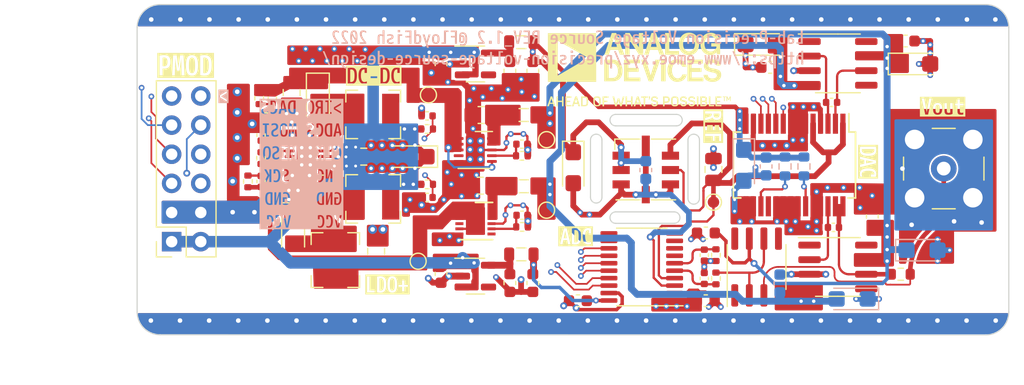
<source format=kicad_pcb>
(kicad_pcb (version 20221018) (generator pcbnew)
  (layers (0 "F.Cu" mixed) (1 "In1.Cu" mixed) (2 "In2.Cu" power) (31 "B.Cu" mixed) (34 "B.Paste" user) (35 "F.Paste" user) (36 "B.SilkS" user "B.Silkscreen") (37 "F.SilkS" user "F.Silkscreen") (38 "B.Mask" user) (39 "F.Mask" user) (44 "Edge.Cuts" user))
  (net 0 "")
  (net 1 "VDD")
  (net 2 "GND")
  (net 3 "+15V")
  (net 4 "-15V")
  (net 5 "Net-(C202-Pad2)")
  (net 6 "Net-(C204-Pad1)")
  (net 7 "Net-(C208-Pad1)")
  (net 8 "Net-(C210-Pad1)")
  (net 9 "Net-(C211-Pad2)")
  (net 10 "Net-(C212-Pad2)")
  (net 11 "VDDA")
  (net 12 "VIN")
  (net 13 "/Power/VPOS")
  (net 14 "Net-(C213-Pad2)")
  (net 15 "Net-(C215-Pad1)")
  (net 16 "Net-(C216-Pad1)")
  (net 17 "Net-(C217-Pad1)")
  (net 18 "Net-(C217-Pad2)")
  (net 19 "Net-(C218-Pad2)")
  (net 20 "Net-(C220-Pad1)")
  (net 21 "/Power/VNEG")
  (net 22 "Net-(C406-Pad1)")
  (net 23 "Net-(C406-Pad2)")
  (net 24 "Net-(C410-Pad1)")
  (net 25 "Net-(C410-Pad2)")
  (net 26 "/Reference/VREF")
  (net 27 "Net-(C501-Pad1)")
  (net 28 "/ADC/ADC_INPUT")
  (net 29 "/ADC/ADC_CLKIN")
  (net 30 "/ADC/ADC_IRQ")
  (net 31 "Net-(C502-Pad1)")
  (net 32 "Net-(D201-Pad2)")
  (net 34 "Net-(R401-Pad1)")
  (net 35 "Net-(R402-Pad1)")
  (net 36 "Net-(R501-Pad2)")
  (net 55 "/PMOD_CS_DAC")
  (net 56 "/PMOD_MOSI")
  (net 57 "/PMOD_MISO")
  (net 58 "/PMOD_SCK")
  (net 61 "/PMOD_CS_ADC")
  (footprint "kibuzzard-634189ED" (layer "F.Cu") (at 189.3 89.3)
    (fp_text reference "kibuzzard-634189ED" hide)
    (fp_text value "G***" hide)
  )
  (footprint "Capacitor_SMD:C_0603_1608Metric" (layer "F.Cu") (at 153.571141 86.175863 90)
    (fp_text reference "C205" hide)
    (fp_text value "0.1uF")
  )
  (footprint "Symbol:ahead_of_whats_possible_16mmx6.4mm" (layer "F.Cu") (at 162.832023 86.061733)
    (fp_text reference "G***" hide)
    (fp_text value "LOGO" hide)
  )
  (footprint "MountingHole:MountingHole_2.2mm_M2_ISO7380" (layer "F.Cu") (at 128.578396 84.775865 180)
    (fp_text reference "H103" hide)
    (fp_text value "MH")
  )
  (footprint "kibuzzard-634189F6" (layer "F.Cu") (at 182.8 94.1 -90)
    (fp_text reference "kibuzzard-634189F6" hide)
    (fp_text value "G***" hide)
  )
  (footprint "Inductor_SMD:L_0805_2012Metric" (layer "F.Cu") (at 152.771143 96.238866)
    (fp_text reference "FB204" hide)
    (fp_text value "120R")
  )
  (footprint "Package_SO:SOIC-8_3.9x4.9mm_P1.27mm" (layer "F.Cu") (at 173.082437 103.278743 90)
    (fp_text reference "U501" hide)
    (fp_text value "OPA189")
  )
  (footprint "Inductor_SMD:L_0805_2012Metric" (layer "F.Cu") (at 152.571142 102.175863)
    (fp_text reference "FB203" hide)
    (fp_text value "120R")
  )
  (footprint "Package_TO_SOT_SMD:SOT-23-5" (layer "F.Cu") (at 148.571141 85.575863)
    (fp_text reference "U201" hide)
    (fp_text value "LP5907MFX-3.3")
  )
  (footprint "Capacitor_SMD:C_0603_1608Metric" (layer "F.Cu") (at 174.271142 85.875863 180)
    (fp_text reference "C405" hide)
    (fp_text value "0.1uF")
  )
  (footprint "Package_DFN_QFN:DFN-12-1EP_3x3mm_P0.45mm_EP1.66x2.38mm" (layer "F.Cu") (at 148.569142 99.274864)
    (fp_text reference "U205" hide)
    (fp_text value "LT3094xMSE")
  )
  (footprint "Connector_PinSocket_2.54mm:PinSocket_2x06_P2.54mm_Vertical" (layer "F.Cu") (at 122.081141 101.069677 180)
    (fp_text reference "J102" hide)
    (fp_text value "DAC_PMOD")
  )
  (footprint "Capacitor_SMD:C_0603_1608Metric" (layer "F.Cu") (at 168.661671 100.313456)
    (fp_text reference "C504" hide)
    (fp_text value "0.1uF")
  )
  (footprint "TestPoint:TestPoint_Pad_D1.0mm" (layer "F.Cu") (at 154.77114 98.325864 180)
    (fp_text reference "TP204" hide)
    (fp_text value "TP_N_O")
  )
  (footprint "Package_DFN_QFN:DFN-10-1EP_3x3mm_P0.5mm_EP1.65x2.38mm" (layer "F.Cu") (at 148.554512 93.075864)
    (fp_text reference "U202" hide)
    (fp_text value "LT3042xMSE")
  )
  (footprint "TestPoint:TestPoint_Pad_D1.0mm" (layer "F.Cu") (at 169.321143 97.625862 180)
    (fp_text reference "TP301" hide)
    (fp_text value "V_{REF} TestPoint")
  )
  (footprint "Capacitor_SMD:C_0402_1005Metric" (layer "F.Cu") (at 168.521142 102.245863 -90)
    (fp_text reference "C502" hide)
    (fp_text value "0.1uF")
  )
  (footprint "Capacitor_Tantalum_SMD:CP_EIA-3216-10_Kemet-I" (layer "F.Cu") (at 157.099142 94.623865 -90)
    (fp_text reference "C301" hide)
    (fp_text value "4.7uF 16V")
  )
  (footprint "Capacitor_SMD:C_0402_1005Metric" (layer "F.Cu") (at 129.876144 91.781865 -90)
    (fp_text reference "C213" hide)
    (fp_text value "0.1uF")
  )
  (footprint "kibuzzard-63418A0A" (layer "F.Cu") (at 139.7 86.6)
    (fp_text reference "kibuzzard-63418A0A" hide)
    (fp_text value "G***" hide)
  )
  (footprint "Capacitor_SMD:C_0603_1608Metric" (layer "F.Cu") (at 151.571141 86.175863 90)
    (fp_text reference "C202" hide)
    (fp_text value "1uF")
  )
  (footprint "Resistor_SMD:R_0402_1005Metric" (layer "F.Cu") (at 144.354144 91.245863)
    (fp_text reference "R202" hide)
    (fp_text value "4.7k")
  )
  (footprint "kibuzzard-63418A1A" (layer "F.Cu") (at 123.3 85.7)
    (fp_text reference "kibuzzard-63418A1A" hide)
    (fp_text value "G***" hide)
  )
  (footprint "Capacitor_SMD:C_0603_1608Metric" (layer "F.Cu") (at 151.571141 104.675864 90)
    (fp_text reference "C211" hide)
    (fp_text value "1uF")
  )
  (footprint "Capacitor_Tantalum_SMD:CP_EIA-3216-10_Kemet-I" (layer "F.Cu") (at 173.471141 83.875863)
    (fp_text reference "C404" hide)
    (fp_text value "4.7uF 16V")
  )
  (footprint "Diode_SMD:D_SOD-123F" (layer "F.Cu") (at 134.829143 88.578865 -90)
    (fp_text reference "D201" hide)
    (fp_text value "SS24")
  )
  (footprint "Package_SO:SOIC-8_3.9x4.9mm_P1.27mm" (layer "F.Cu") (at 180.171142 85.525862)
    (fp_text reference "U401" hide)
    (fp_text value "LT1012")
  )
  (footprint "Capacitor_SMD:C_0805_2012Metric" (layer "F.Cu") (at 148.98577 96.188864 180)
    (fp_text reference "C220" hide)
    (fp_text value "25V 22uF")
  )
  (footprint "Package_SO:SSOP-28_5.3x10.2mm_P0.65mm" (layer "F.Cu") (at 176.382439 94.386142 -90)
    (fp_text reference "U402" hide)
    (fp_text value "LTC2756")
  )
  (footprint "Inductor_SMD:L_Bourns-SRN4018" (layer "F.Cu") (at 136.353141 102.675863 -90)
    (fp_text reference "L203" hide)
    (fp_text value "15uH")
  )
  (footprint "TestPoint:TestPoint_Pad_D1.0mm" (layer "F.Cu") (at 144.471144 88.275862 180)
    (fp_text reference "TP201" hide)
    (fp_text value "TP_P")
  )
  (footprint "kibuzzard-634189FF" (layer "F.Cu") (at 157.3 100.6)
    (fp_text reference "kibuzzard-634189FF" hide)
    (fp_text value "G***" hide)
  )
  (footprint "Package_DFN_QFN:DFN-10-1EP_3x3mm_P0.5mm_EP1.65x2.38mm" (layer "F.Cu") (at 133.813143 93.658865)
    (fp_text reference "U204" hide)
    (fp_text value "LT3471")
  )
  (footprint "Inductor_SMD:L_Bourns-SRN4018" (layer "F.Cu") (at 139.655141 97.341863 180)
    (fp_text reference "L202" hide)
    (fp_text value "15uH")
  )
  (footprint "TestPoint:TestPoint_Pad_D1.0mm" (layer "F.Cu") (at 143.571142 102.775865 180)
    (fp_text reference "TP203" hide)
    (fp_text value "TP_N")
  )
  (footprint "Resistor_SMD:R_0402_1005Metric" (layer "F.Cu") (at 128.733142 95.817865 -90)
    (fp_text reference "R207" hide)
    (fp_text value "240k")
  )
  (footprint "Resistor_SMD:R_0402_1005Metric" (layer "F.Cu") (at 129.714641 88.565864 90)
    (fp_text reference "R204" hide)
    (fp_text value "220k")
  )
  (footprint "Capacitor_SMD:C_0402_1005Metric" (layer "F.Cu") (at 144.354142 97.214861 180)
    (fp_text reference "C215" hide)
    (fp_text value "0.33uF")
  )
  (footprint "Capacitor_SMD:C_0805_2012Metric" (layer "F.Cu") (at 149.062512 90.027862 180)
    (fp_text reference "C208" hide)
    (fp_text value "25V 22uF")
  )
  (footprint "Capacitor_SMD:C_0805_2012Metric" (layer "F.Cu") (at 132.543141 88.070863 -90)
    (fp_text reference "C209" hide)
    (fp_text value "25V 10uF")
  )
  (footprint "Capacitor_SMD:C_0402_1005Metric" (layer "F.Cu") (at 129.876144 95.817865 90)
    (fp_text reference "C218" hide)
    (fp_text value "75pF")
  )
  (footprint "Capacitor_SMD:C_0603_1608Metric" (layer "F.Cu") (at 183.171142 98.875863 90)
    (fp_text reference "C409" hide)
    (fp_text value "0.1uF")
  )
  (footprint "Inductor_SMD:L_0805_2012Metric" (layer "F.Cu") (at 152.77114 90.027862)
    (fp_text reference "FB202" hide)
    (fp_text value "120R")
  )
  (footprint "Capacitor_SMD:C_0402_1005Metric" (layer "F.Cu") (at 152.63314 98.766865)
    (fp_text reference "C216" hide)
    (fp_text value "0.47uF")
  )
  (footprint "TestPoint:TestPoint_Pad_D1.0mm" (layer "F.Cu") (at 154.77114 92.175865 180)
    (fp_text reference "TP202" hide)
    (fp_text value "TP_P_O")
  )
  (footprint "Package_SO:TSSOP-20_4.4x6.5mm_P0.65mm" (layer "F.Cu") (at 163.071142 103.275863 180)
    (fp_text reference "U502" hide)
    (fp_text value "MCP3561")
  )
  (footprint "Capacitor_SMD:C_0402_1005Metric" (layer "F.Cu") (at 152.618514 92.567866)
    (fp_text reference "C204" hide)
    (fp_text value "0.47uF")
  )
  (footprint "Resistor_SMD:R_0402_1005Metric" (layer "F.Cu") (at 130.349639 90.216865)
    (fp_text reference "R203" hide)
    (fp_text value "15k")
  )
  (footprint "Capacitor_SMD:C_0402_1005Metric" (layer "F.Cu") (at 144.354144 90.102864 180)
    (fp_text reference "C210" hide)
    (fp_text value "0.33uF")
  )
  (footprint "Capacitor_SMD:C_0402_1005Metric" (layer "F.Cu") (at 179.62114 88.925864)
    (fp_text reference "C406" hide)
    (fp_text value "150pF")
  )
  (footprint "Capacitor_SMD:C_0603_1608Metric" (layer "F.Cu") (at 157.501643 106.220363)
    (fp_text reference "C507" hide)
    (fp_text value "0.1uF")
  )
  (footprint "Resistor_SMD:R_0402_1005Metric" (layer "F.Cu") (at 169.537141 102.245863 -90)
    (fp_text reference "R502" hide)
    (fp_text value "100R")
  )
  (footprint "Capacitor_SMD:C_0805_2012Metric" (layer "F.Cu") (at 139.90914 101.913865 -90)
    (fp_text reference "C219" hide)
    (fp_text value "25V 10uF")
  )
  (footprint "Package_SO:SOIC-8_3.9x4.9mm_P1.27mm" (layer "F.Cu") (at 180.171142 103.275863)
    (fp_text reference "U403" hide)
    (fp_text value "LT1468")
  )
  (footprint "Capacitor_SMD:C_0805_2012Metric" (layer "F.Cu") (at 169.321144 94.775864 90)
    (fp_text reference "C303" hide)
    (fp_text value "10uF")
  )
  (footprint "Capacitor_SMD:C_0402_1005Metric" (layer "F.Cu") (at 179.782436 99.825865 180)
    (fp_text reference "C410" hide)
    (fp_text value "27pF")
  )
  (footprint "Inductor_SMD:L_0805_2012Metric" (layer "F.Cu") (at 152.571142 83.675865)
    (fp_text reference "FB201" hide)
    (fp_text value "120R")
  )
  (footprint "Capacitor_SMD:C_0603_1608Metric" (layer "F.Cu") (at 186.071139 83.575863)
    (fp_text reference "C408" hide)
    (fp_text value "0.1uF")
  )
  (footprint "kibuzzard-634189C4" (layer "F.Cu") (at 169.3 91 -90)
    (fp_text reference "kibuzzard-634189C4" hide)
    (fp_text value "G***" hide)
  )
  (footprint "Capacitor_Tantalum_SMD:CP_EIA-3216-10_Kemet-I" (layer "F.Cu") (at 142.957141 93.658865 180)
    (fp_text reference "C206" hide)
    (fp_text value "4.7uF 16V")
  )
  (footprint "Capacitor_SMD:C_0805_2012Metric" (layer "F.Cu") (at 138.832142 93.658861)
    (fp_text reference "C203" hide)
    (fp_text value "25V 10uF")
  )
  (footprint "MountingHole:MountingHole_2.2mm_M2_ISO7380" (layer "F.Cu") (at 192.574195 84.775863 180)
    (fp_text reference "H104" hide)
    (fp_text value "MH")
  )
  (footprint "Capacitor_SMD:C_0603_1608Metric" (layer "F.Cu") (at 145.571142 103.875863 90)
    (fp_text reference "C207" hide)
    (fp_text value "1uF")
  )
  (footprint "Capacitor_SMD:C_0805_2012Metric" (layer "F.Cu") (at 135.08314 98.230864 90)
    (fp_text reference "C217" hide)
    (fp_text value "1uF")
  )
  (footprint "Resistor_SMD:R_0603_1608Metric" (layer "F.Cu") (at 185.651641 103.910364 180)
    (fp_text reference "R403" hide)
    (fp_text value "10R")
  )
  (footprint "Resistor_SMD:R_0402_1005Metric" (layer "F.Cu") (at 152.63314 99.782863 180)
    (fp_text reference "R205" hide)
    (fp_text value "150k")
  )
  (footprint "Resistor_SMD:R_0402_1005Metric" (layer "F.Cu") (at 144.356141 96.071864 180)
    (fp_text reference "R206" hide)
    (fp_text value "4.7k")
  )
  (footprint "kibuzzard-63418A24" (layer "F.Cu") (at 140.9 104.8)
    (fp_text reference "kibuzzard-63418A24" hide)
    (fp_text value "G***" hide)
  )
  (footprint "Diode_SMD:D_SOD-123F" (layer "F.Cu") (at 132.670142 99.881866 -90)
    (fp_text reference "D202" hide)
    (fp_text value "SS24")
  )
  (footprint "Resistor_SMD:R_0402_1005Metric" (layer "F.Cu") (at 129.876144 93.785865 -90)
    (fp_text reference "R208" hide)
    (fp_text value "15k")
  )
  (footprint "MountingHole:MountingHole_2.2mm_M2_ISO7380" (layer "F.Cu") (at 128.578398 104.725861 180)
    (fp_text reference "H102" hide)
    (fp_text value "MH")
  )
  (footprint "LTC6655-LS8:Linear_LS8" (layer "F.Cu") (at 163.421143 94.825862)
    (fp_text reference "U301" hide)
    (fp_text value "LTC6655")
  )
  (footprint "Capacitor_SMD:C_0402_1005Metric" (layer "F.Cu") (at 168.521142 104.277863 90)
    (fp_text reference "C501" hide)
    (fp_text value "0.1uF")
  )
  (footprint "Package_TO_SOT_SMD:SOT-23-5" (layer "F.Cu") (at 148.571141 104.075863)
    (fp_text reference "U203" hide)
    (fp_text value "LP5907MFX-3.3")
  )
  (footprint "Resistor_SMD:R_0402_1005Metric" (layer "F.Cu") (at 152.618511 93.583863 180)
    (fp_text reference "R201" hide)
    (fp_text value "150k")
  )
  (footprint "Capacitor_SMD:C_0603_1608Metric" (layer "F.Cu") (at 153.571141 104.675863 90)
    (fp_text reference "C214" hide)
    (fp_text value "0.1uF")
  )
  (footprint "Capacitor_Tantalum_SMD:CP_EIA-3216-10_Kemet-I" (layer "F.Cu") (at 186.871142 85.575863)
    (fp_text reference "C403" hide)
    (fp_text value "4.7uF 16V")
  )
  (footprint "Resistor_SMD:R_0402_1005Metric" (layer "F.Cu") (at 169.537139 104.277863 90)
    (fp_text reference "R501" hide)
    (fp_text value "100R")
  )
  (footprint "MountingHole:MountingHole_2.2mm_M2_ISO7380" (layer "F.Cu") (at 192.574196 104.775862 180)
    (fp_text reference "H101" hide)
    (fp_text value "MH")
  )
  (footprint "Inductor_SMD:L_Bourns-SRN4018" (layer "F.Cu") (at 139.655141 89.975864)
    (fp_text reference "L201" hide)
    (fp_text value "10uH")
  )
  (footprint "Capacitor_SMD:C_0402_1005Metric" (layer "F.Cu") (at 130.857641 88.565864 -90)
    (fp_text reference "C212" hide)
    (fp_text value "33pF")
  )
  (footprint "Capacitor_SMD:C_0603_1608Metric" (layer "F.Cu") (at 145.571142 85.575863 90)
    (fp_text reference "C201" hide)
    (fp_text value "1uF")
  )
  (footprint "Capacitor_SMD:C_0603_1608Metric" (layer "F.Cu") (at 168.651642 106.220363)
    (fp_text reference "C505" hide)
    (fp_text value "0.1uF")
  )
  (footprint "kibuzzard-63418A4B" (layer "F.Cu") (at 123.2 104.7)
    (fp_text reference "kibuzzard-63418A4B" hide)
    (fp_text value "G***" hide)
  )
  (footprint "Connector_Coaxial:SMB_Jack_Vertical" (layer "F.Cu") (at 189.4 94.7)
    (fp_text reference "J101" hide)
    (fp_text value "Vout")
  )
  (footprint "Resistor_SMD:R_0603_1608Metric" (layer "B.Cu") (at 177.21167 94.513454 90)
    (fp_text reference "R402" hide)
    (fp_text value "10k")
  )
  (footprint "Capacitor_SMD:C_0603_1608Metric" (layer "B.Cu") (at 173.91167 94.513456 -90)
    (fp_text reference "C401" hide)
    (fp_text value "0.1uF")
  )
  (footprint "kibuzzard-6341896C" (layer "B.Cu") (at 156.2 85.2 180)
    (fp_text reference "kibuzzard-6341896C" hide)
    (fp_text value "G***" hide)
  )
  (footprint "Capacitor_Tantalum_SMD:CP_EIA-3216-10_Kemet-I" (layer "B.Cu") (at 187.511671 101.813455)
    (fp_text reference "C503" hide)
    (fp_text value "4.7uF 16V")
  )
  (footprint "Capacitor_Tantalum_SMD:CP_EIA-3216-10_Kemet-I" (layer "B.Cu") (at 171.961671 94.413456 -90)
    (fp_text reference "C402" hide)
    (fp_text value "4.7uF 16V")
  )
  (footprint "kibuzzard-63418876" (layer "B.Cu") (at 126.6 88.4 180)
    (fp_text reference "kibuzzard-63418876" hide)
    (fp_text value "G***" hide)
  )
  (footprint "Capacitor_SMD:C_0603_1608Metric" (layer "B.Cu") (at 163.421143 94.825862 -90)
    (fp_text reference "C302" hide)
    (fp_text value "0.1uF")
  )
  (footprint "kibuzzard-634188FD" (layer "B.Cu") (at 156.6 83.4 180)
    (fp_text reference "kibuzzard-634188FD" hide)
    (fp_text value "G***" hide)
  )
  (footprint "Resistor_SMD:R_0603_1608Metric" (layer "B.Cu") (at 175.561669 94.513456 90)
    (fp_text reference "R401" hide)
    (fp_text value "10k")
  )
  (footprint "Capacitor_Tantalum_SMD:CP_EIA-3216-10_Kemet-I" (layer "B.Cu") (at 181.411671 106.063456 180)
    (fp_text reference "C506" hide)
    (fp_text value "4.7uF 16V")
  )
  (footprint "kibuzzard-63418870" (layer "B.Cu") (at 133.4 94.3 180)
    (fp_text reference "kibuzzard-63418870" hide)
    (fp_text value "G***" hide)
  )
  (footprint "Capacitor_SMD:C_0603_1608Metric" (layer "B.Cu") (at 175.111671 104.713455 90)
    (fp_text reference "C407" hide)
    (fp_text value "0.1uF")
  )
  (gr_line (start 158.599142 97.2) (end 158.599142 92.2) (stroke (width 0.1)) (layer "Edge.Cuts"))
  (gr_line (start 160.8 89.973862) (end 166.099142 89.973865) (stroke (width 0.1)) (layer "Edge.Cuts"))
  (gr_line (start 168.099142 97.3) (end 168.099144 92.2) (stroke (width 0.1)) (layer "Edge.Cuts"))
  (gr_line (start 195.071142 107.199962) (end 195.071142 82.399964) (stroke (width 0.1)) (layer "Edge.Cuts"))
  (gr_arc (start 159.599141 97.226137) (mid 159.08641 97.70017) (end 158.599142 97.2) (stroke (width 0.1)) (layer "Edge.Cuts"))
  (gr_arc (start 158.599142 92.2) (mid 159.099142 91.700038) (end 159.599142 92.2) (stroke (width 0.1)) (layer "Edge.Cuts"))
  (gr_line (start 159.599142 92.2) (end 159.599141 97.226137) (stroke (width 0.1)) (layer "Edge.Cuts"))
  (gr_line (start 165.9 99.473863) (end 160.8 99.473863) (stroke (width 0.1)) (layer "Edge.Cuts"))
  (gr_line (start 119.071143 82.399964) (end 119.071141 107.185785) (stroke (width 0.1)) (layer "Edge.Cuts"))
  (gr_line (start 121.07114 80.4) (end 193.071139 80.4) (stroke (width 0.1)) (layer "Edge.Cuts"))
  (gr_arc (start 160.8 90.973861) (mid 160.299998 90.4739) (end 160.8 89.973862) (stroke (width 0.1)) (layer "Edge.Cuts"))
  (gr_arc (start 166.099142 89.973865) (mid 166.59914 90.473863) (end 166.099142 90.973864) (stroke (width 0.1)) (layer "Edge.Cuts"))
  (gr_arc (start 193.071139 80.399965) (mid 194.485339 80.985763) (end 195.071142 82.399964) (stroke (width 0.1)) (layer "Edge.Cuts"))
  (gr_arc (start 165.9 98.473864) (mid 166.399097 98.973863) (end 165.9 99.473863) (stroke (width 0.1)) (layer "Edge.Cuts"))
  (gr_arc (start 121.071141 109.185787) (mid 119.656913 108.600012) (end 119.071141 107.185785) (stroke (width 0.1)) (layer "Edge.Cuts"))
  (gr_line (start 166.099142 90.973864) (end 160.8 90.973861) (stroke (width 0.1)) (layer "Edge.Cuts"))
  (gr_arc (start 167.1 92.2) (mid 167.599572 91.700462) (end 168.099144 92.2) (stroke (width 0.1)) (layer "Edge.Cuts"))
  (gr_arc (start 195.071142 107.199962) (mid 194.485364 108.614181) (end 193.071139 109.199962) (stroke (width 0.1)) (layer "Edge.Cuts"))
  (gr_arc (start 168.099142 97.3) (mid 167.599142 97.8) (end 167.099142 97.3) (stroke (width 0.1)) (layer "Edge.Cuts"))
  (gr_line (start 121.071141 109.185787) (end 193.071139 109.2) (stroke (width 0.1)) (layer "Edge.Cuts"))
  (gr_arc (start 160.8 99.473863) (mid 160.299096 98.973863) (end 160.8 98.473864) (stroke (width 0.1)) (layer "Edge.Cuts"))
  (gr_line (start 167.099142 97.3) (end 167.1 92.2) (stroke (width 0.1)) (layer "Edge.Cuts"))
  (gr_line (start 160.8 98.473864) (end 165.9 98.473864) (stroke (width 0.1)) (layer "Edge.Cuts"))
  (gr_arc (start 119.071143 82.399964) (mid 119.656944 80.98579) (end 121.07114 80.399965) (stroke (width 0.1)) (layer "Edge.Cuts"))
  (segment (start 160.20864 106.200861) (end 159.074263 106.200862) (width 0.3) (layer "F.Cu") (net 1))
  (segment (start 153.63364 103.838365) (end 153.571141 103.900864) (width 0.6) (layer "F.Cu") (net 1))
  (segment (start 153.633642 103.091485) (end 153.63364 103.838365) (width 0.6) (layer "F.Cu") (net 1))
  (segment (start 158.296141 106.200861) (end 158.276641 106.220363) (width 0.3) (layer "F.Cu") (net 1))
  (segment (start 153.63364 102.175865) (end 153.633642 103.091485) (width 0.6) (layer "F.Cu") (net 1))
  (segment (start 159.074263 106.200862) (end 158.296141 106.200861) (width 0.3) (layer "F.Cu") (net 1))
  (via (at 159.074263 106.200862) (size 0.502) (drill 0.251) (layers "F.Cu" "B.Cu") (net 1))
  (via (at 153.633642 103.091485) (size 0.502) (drill 0.251) (layers "F.Cu" "B.Cu") (net 1))
  (segment (start 159.074263 106.200862) (end 157.049076 106.200861) (width 0.3) (layer "B.Cu") (net 1))
  (segment (start 157.049076 106.200861) (end 155.91167 105.063455) (width 0.3) (layer "B.Cu") (net 1))
  (segment (start 155.91167 105.063455) (end 154.311669 105.063456) (width 0.3) (layer "B.Cu") (net 1))
  (segment (start 154.311669 105.063456) (end 153.63364 104.385428) (width 0.3) (layer "B.Cu") (net 1))
  (segment (start 153.63364 104.385428) (end 153.633642 103.091485) (width 0.3) (layer "B.Cu") (net 1))
  (segment (start 168.111669 105.413456) (end 168.619736 105.413456) (width 0.2) (layer "F.Cu") (net 2))
  (segment (start 177.69614 103.910862) (end 176.114263 103.910861) (width 0.5) (layer "F.Cu") (net 2))
  (segment (start 176.311669 86.163456) (end 176.314266 86.160861) (width 0.5) (layer "F.Cu") (net 2))
  (segment (start 163.421142 93.075864) (end 163.421142 96.975864) (width 0.5) (layer "F.Cu") (net 2))
  (segment (start 147.894513 94.075865) (end 148.106513 93.887865) (width 0.2) (layer "F.Cu") (net 2))
  (segment (start 133.108141 94.658864) (end 133.111142 94.655863) (width 0.2) (layer "F.Cu") (net 2))
  (segment (start 164.111672 104.213457) (end 164.111672 100.963457) (width 0.2) (layer "F.Cu") (net 2))
  (segment (start 187.599265 83.575861) (end 187.649264 83.575862) (width 0.5) (layer "F.Cu") (net 2))
  (segment (start 146.14614 104.075863) (end 145.571142 104.650861) (width 0.6) (layer "F.Cu") (net 2))
  (segment (start 151.571141 105.372928) (end 150.361671 104.163456) (width 0.5) (layer "F.Cu") (net 2))
  (segment (start 144.849075 104.650861) (end 144.461671 104.263456) (width 0.5) (layer "F.Cu") (net 2))
  (segment (start 167.886669 100.313457) (end 167.88667 100.338456) (width 0.5) (layer "F.Cu") (net 2))
  (segment (start 151.571141 105.450862) (end 151.571141 105.372928) (width 0.5) (layer "F.Cu") (net 2))
  (segment (start 153.128514 93.583866) (end 153.128512 93.065864) (width 0.6) (layer "F.Cu") (net 2))
  (segment (start 149.969141 99.499865) (end 150.97477 99.499865) (width 0.2) (layer "F.Cu") (net 2))
  (segment (start 159.411671 98.713456) (end 161.311672 96.813455) (width 0.5) (layer "F.Cu") (net 2))
  (segment (start 147.104513 94.075865) (end 147.894513 94.075865) (width 0.2) (layer "F.Cu") (net 2))
  (segment (start 161.049076 105.550863) (end 161.361668 105.863456) (width 0.3) (layer "F.Cu") (net 2))
  (segment (start 168.521142 103.253985) (end 168.521141 102.725862) (width 0.5) (layer "F.Cu") (net 2))
  (segment (start 150.97477 99.499865) (end 151.18577 99.288864) (width 0.2) (layer "F.Cu") (net 2))
  (segment (start 169.426643 106.248484) (end 168.911672 106.763455) (width 0.5) (layer "F.Cu") (net 2))
  (segment (start 149.018511 93.075864) (end 148.554512 93.075864) (width 0.2) (layer "F.Cu") (net 2))
  (segment (start 153.143143 99.278862) (end 153.14314 98.796864) (width 0.6) (layer "F.Cu") (net 2))
  (segment (start 164.111672 100.963457) (end 163.81167 100.663457) (width 0.2) (layer "F.Cu") (net 2))
  (segment (start 151.18577 98.739355) (end 151.185772 98.161234) (width 0.2) (layer "F.Cu") (net 2))
  (segment (start 188.221141 84.503984) (end 188.221141 84.603985) (width 0.5) (layer "F.Cu") (net 2))
  (segment (start 167.88667 100.338456) (end 167.361669 100.863456) (width 0.5) (layer "F.Cu") (net 2))
  (segment (start 165.933641 104.900863) (end 164.799076 104.900863) (width 0.2) (layer "F.Cu") (net 2))
  (segment (start 169.321142 93.825863) (end 169.321142 92.97293) (width 0.5) (layer "F.Cu") (net 2))
  (segment (start 145.571142 104.650861) (end 144.849075 104.650861) (width 0.5) (layer "F.Cu") (net 2))
  (segment (start 132.363141 94.658862) (end 133.108141 94.658864) (width 0.2) (layer "F.Cu") (net 2))
  (segment (start 147.433641 85.575863) (end 146.346141 85.575863) (width 0.6) (layer "F.Cu") (net 2))
  (segment (start 151.446143 97.900865) (end 151.624261 97.900865) (width 0.2) (layer "F.Cu") (net 2))
  (segment (start 168.619736 105.413456) (end 169.426643 106.220361) (width 0.2) (layer "F.Cu") (net 2))
  (segment (start 151.185772 98.161234) (end 151.446143 97.900865) (width 0.2) (layer "F.Cu") (net 2))
  (segment (start 151.624261 97.900865) (end 152.724265 97.900863) (width 0.2) (layer "F.Cu") (net 2))
  (segment (start 160.208642 105.550861) (end 161.049076 105.550863) (width 0.3) (layer "F.Cu") (net 2))
  (segment (start 168.551141 102.755863) (end 168.521142 102.725864) (width 0.3) (layer "F.Cu") (net 2))
  (segment (start 165.299263 96.975864) (end 164.299264 96.975864) (width 0.5) (layer "F.Cu") (net 2))
  (segment (start 157.099142 95.973864) (end 157.099142 97.925985) (width 0.5) (layer "F.Cu") (net 2))
  (segment (start 153.128512 92.597864) (end 153.098511 92.567865) (width 0.6) (layer "F.Cu") (net 2))
  (segment (start 158.511672 98.713456) (end 159.411671 98.713456) (width 0.5) (layer "F.Cu") (net 2))
  (segment (start 169.537142 102.755863) (end 169.069265 102.755863) (width 0.5) (layer "F.Cu") (net 2))
  (segment (start 152.749263 91.675864) (end 152.871142 91.675864) (width 0.2) (layer "F.Cu") (net 2))
  (segment (start 165.571142 96.703985) (end 165.299263 96.975864) (width 0.5) (layer "F.Cu") (net 2))
  (segment (start 151.649263 91.675864) (end 152.749263 91.675864) (width 0.2) (layer "F.Cu") (net 2))
  (segment (start 151.271141 92.453984) (end 151.271142 91.925863) (width 0.2) (layer "F.Cu") (net 2))
  (segment (start 148.106513 93.887865) (end 147.906513 94.087863) (width 0.2) (layer "F.Cu") (net 2))
  (segment (start 143.874141 97.214864) (end 143.874141 97.872863) (width 0.6) (layer "F.Cu") (net 2))
  (segment (start 177.69614 103.910862) (end 179.109077 103.910861) (width 0.5) (layer "F.Cu") (net 2))
  (segment (start 160.880243 106.994884) (end 157.501162 106.994884) (width 0.3) (layer "F.Cu") (net 2))
  (segment (start 153.14314 98.796864) (end 153.11314 98.766863) (width 0.6) (layer "F.Cu") (net 2))
  (segment (start 124.621141 98.529677) (end 122.081141 98.529677) (width 1) (layer "F.Cu") (net 2))
  (segment (start 161.271143 96.672928) (end 161.574078 96.975864) (width 0.5) (layer "F.Cu") (net 2))
  (segment (start 172.121142 83.875861) (end 172.12114 84.853984) (width 0.5) (layer "F.Cu") (net 2))
  (segment (start 153.143142 99.782865) (end 153.143143 99.278862) (width 0.6) (layer "F.Cu") (net 2))
  (segment (start 152.871142 97.900865) (end 153.113141 98.142863) (width 0.2) (layer "F.Cu") (net 2))
  (segment (start 164.799076 104.900863) (end 164.111672 104.213457) (width 0.2) (layer "F.Cu") (net 2))
  (segment (start 151.271141 92.875864) (end 151.271141 92.453984) (width 0.2) (layer "F.Cu") (net 2))
  (segment (start 161.574078 96.975864) (end 162.549263 96.975865) (width 0.5) (layer "F.Cu") (net 2))
  (segment (start 151.271142 91.925863) (end 151.521141 91.675864) (width 0.2) (layer "F.Cu") (net 2))
  (segment (start 146.346141 85.575863) (end 146.326642 85.595363) (width 0.6) (layer "F.Cu") (net 2))
  (segment (start 152.871142 91.675864) (end 153.098511 91.903234) (width 0.2) (layer "F.Cu") (net 2))
  (segment (start 161.361668 105.863456) (end 161.36167 106.513457) (width 0.3) (layer "F.Cu") (net 2))
  (segment (start 152.549077 105.450862) (end 152.549077 104.376051) (width 0.5) (layer "F.Cu") (net 2))
  (segment (start 177.696142 86.160861) (end 176.314266 86.160861) (width 0.5) (layer "F.Cu") (net 2))
  (segment (start 187.649264 83.575862) (end 188.221141 83.575863) (width 0.5) (layer "F.Cu") (net 2))
  (segment (start 188.221141 84.603985) (end 188.221141 85.575861) (width 0.5) (layer "F.Cu") (net 2))
  (segment (start 188.221141 85.575861) (end 188.221141 86.553986) (width 0.5) (layer "F.Cu") (net 2))
  (segment (start 172.749265 85.875863) (end 173.49614 85.875863) (width 0.5) (layer "F.Cu") (net 2))
  (segment (start 167.961669 105.263456) (end 168.111669 105.413456) (width 0.2) (layer "F.Cu") (net 2))
  (segment (start 169.426643 106.220361) (end 169.426643 106.228427) (width 0.5) (layer "F.Cu") (net 2))
  (segment (start 145.571142 86.350862) (end 144.721141 86.350864) (width 0.6) (layer "F.Cu") (net 2))
  (segment (start 161.36167 106.513457) (end 160.880243 106.994884) (width 0.3) (layer "F.Cu") (net 2))
  (segment (start 167.21167 105.263456) (end 167.961669 105.263456) (width 0.2) (layer "F.Cu") (net 2))
  (segment (start 186.84614 83.575863) (end 187.599265 83.575861) (width 0.5) (layer "F.Cu") (net 2))
  (segment (start 150.004512 93.075864) (end 149.018511 93.075864) (width 0.2) (layer "F.Cu") (net 2))
  (segment (start 188.221141 85.575861) (end 187.224076 85.575863) (width 0.5) (layer "F.Cu") (net 2))
  (segment (start 164.299264 96.975864) (end 163.421142 96.975864) (width 0.5) (layer "F.Cu") (net 2))
  (segment (start 157.099142 97.925985) (end 157.099142 97.950929) (width 0.5) (layer "F.Cu") (net 2))
  (segment (start 172.121142 85.553985) (end 172.121142 85.875863) (width 0.5) (layer "F.Cu") (net 2))
  (segment (start 157.861671 98.713456) (end 158.511672 98.713456) (width 0.5) (layer "F.Cu") (net 2))
  (segment (start 153.128512 93.065864) (end 153.128512 92.597864) (width 0.6) (layer "F.Cu") (net 2))
  (segment (start 151.071141 93.075864) (end 151.271141 92.875864) (width 0.2) (layer "F.Cu") (net 2))
  (segment (start 152.724265 97.900863) (end 152.871142 97.900865) (width 0.2) (layer "F.Cu") (net 2))
  (segment (start 157.501162 106.994884) (end 157.353139 106.846861) (width 0.3) (layer "F.Cu") (net 2))
  (segment (start 161.271143 96.075865) (end 161.271143 96.672928) (width 0.5) (layer "F.Cu") (net 2))
  (segment (start 179.111671 103.913457) (end 179.109077 103.910861) (width 0.5) (layer "F.Cu") (net 2))
  (segment (start 168.521142 103.797862) (end 168.521142 103.253985) (width 0.5) (layer "F.Cu") (net 2))
  (segment (start 165.571141 96.075863) (end 165.571142 96.703985) (width 0.5) (layer "F.Cu") (net 2))
  (segment (start 151.521141 91.675864) (end 151.649263 91.675864) (width 0.2) (layer "F.Cu") (net 2))
  (segment (start 165.933643 105.550861) (end 166.924265 105.550863) (width 0.2) (layer "F.Cu") (net 2))
  (segment (start 156.726641 106.220363) (end 156.704764 106.220363) (width 0.5) (layer "F.Cu") (net 2))
  (segment (start 157.353139 106.846861) (end 156.726641 106.220363) (width 0.3) (layer "F.Cu") (net 2))
  (segment (start 153.098511 91.903234) (end 153.098511 92.567865) (width 0.2) (layer "F.Cu") (net 2))
  (segment (start 162.549263 96.975865) (end 163.421142 96.975864) (width 0.5) (layer "F.Cu") (net 2))
  (segment (start 153.113141 98.142863) (end 153.11314 98.766863) (width 0.2) (layer "F.Cu") (net 2))
  (segment (start 169.426643 106.220361) (end 169.426643 106.248484) (width 0.5) (layer "F.Cu") (net 2))
  (segment (start 172.12114 84.853984) (end 172.121142 85.553985) (width 0.5) (layer "F.Cu") (net 2))
  (segment (start 156.704764 106.220363) (end 156.261671 106.663457) (width 0.5) (layer "F.Cu") (net 2))
  (segment (start 172.121142 85.875863) (end 172.749265 85.875863) (width 0.5) (layer "F.Cu") (net 2))
  (segment (start 151.18577 98.839354) (end 151.18577 98.739355) (width 0.2) (layer "F.Cu") (net 2))
  (segment (start 157.099142 97.950929) (end 157.68667 98.538456) (width 0.5) (layer "F.Cu") (net 2))
  (segment (start 188.221141 83.575863) (end 188.221141 83.903986) (width 0.5) (layer "F.Cu") (net 2))
  (segment (start 188.221141 83.903986) (end 188.221141 84.503984) (width 0.5) (layer "F.Cu") (net 2))
  (segment (start 169.321142 93.825863) (end 169.321142 94.603984) (width 0.5) (layer "F.Cu") (net 2))
  (segment (start 168.551141 102.755863) (end 168.521141 102.725862) (width 0.5) (layer "F.Cu") (net 2))
  (segment (start 169.426643 106.228427) (end 169.961669 106.763455) (width 0.5) (layer "F.Cu") (net 2))
  (segment (start 147.433641 104.075863) (end 146.249265 104.075861) (width 0.6) (layer "F.Cu") (net 2))
  (segment (start 166.924265 105.550863) (end 167.21167 105.263456) (width 0.2) (layer "F.Cu") (net 2))
  (segment (start 151.571141 105.450862) (end 152.549077 105.450862) (width 0.5) (layer "F.Cu") (net 2))
  (segment (start 167.88667 100.338456) (end 168.411671 100.863455) (width 0.5) (layer "F.Cu") (net 2))
  (segment (start 157.68667 98.538456) (end 157.861671 98.713456) (width 0.5) (layer "F.Cu") (net 2))
  (segment (start 146.326642 85.595363) (end 145.571142 86.350862) (width 0.6) (layer "F.Cu") (net 2))
  (segment (start 169.069265 102.755863) (end 168.551141 102.755863) (width 0.5) (layer "F.Cu") (net 2))
  (segment (start 143.874141 90.102861) (end 143.874141 89.428861) (width 0.6) (layer "F.Cu") (net 2))
  (segment (start 152.549077 105.450862) (end 153.571141 105.450862) (width 0.5) (layer "F.Cu") (net 2))
  (segment (start 150.004512 93.075864) (end 151.071141 93.075864) (width 0.2) (layer "F.Cu") (net 2))
  (segment (start 146.249265 104.075861) (end 146.14614 104.075863) (width 0.6) (layer "F.Cu") (net 2))
  (segment (start 151.18577 99.288864) (end 151.18577 98.839354) (width 0.2) (layer "F.Cu") (net 2))
  (via (at 149.96167 87.713456) (size 0.502) (drill 0.251) (layers "F.Cu" "B.Cu") (net 2))
  (via (at 145.7 81.7) (size 0.8) (drill 0.4) (layers "F.Cu" "B.Cu") (net 2))
  (via (at 122.809 107.95) (size 0.8) (drill 0.4) (layers "F.Cu" "B.Cu") (net 2))
  (via (at 169.961669 106.763455) (size 0.502) (drill 0.251) (layers "F.Cu" "B.Cu") (net 2))
  (via (at 191.42 81.7) (size 0.8) (drill 0.4) (layers "F.Cu" "B.Cu") (net 2))
  (via (at 146.311671 100.613456) (size 0.502) (drill 0.251) (layers "F.Cu" "B.Cu") (net 2))
  (via (at 151.624261 97.900865) (size 0.502) (drill 0.251) (layers "F.Cu" "B.Cu") (net 2))
  (via (at 133.761669 84.263455) (size 0.502) (drill 0.251) (layers "F.Cu" "B.Cu") (net 2))
  (via (at 133.421141 93.625861) (size 0.603) (drill 0.301) (layers "F.Cu" "B.Cu") (net 2))
  (via (at 171.161671 97.413457) (size 0.502) (drill 0.251) (layers "F.Cu" "B.Cu") (net 2))
  (via (at 156.261671 106.663457) (size 0.603) (drill 0.301) (layers "F.Cu" "B.Cu") (net 2))
  (via (at 148.24 81.7) (size 0.8) (drill 0.4) (layers "F.Cu" "B.Cu") (net 2))
  (via (at 133.421139 92.875863) (size 0.603) (drill 0.301) (layers "F.Cu" "B.Cu") (net 2))
  (via (at 140.589 107.95) (size 0.8) (drill 0.4) (layers "F.Cu" "B.Cu") (net 2))
  (via (at 168.529 107.95) (size 0.8) (drill 0.4) (layers "F.Cu" "B.Cu") (net 2))
  (via (at 134.171141 92.875864) (size 0.603) (drill 0.301) (layers "F.Cu" "B.Cu") (net 2))
  (via (at 133.421141 94.37586) (size 0.603) (drill 0.301) (layers "F.Cu" "B.Cu") (net 2))
  (via (at 163.48 81.7) (size 0.8) (drill 0.4) (layers "F.Cu" "B.Cu") (net 2))
  (via (at 179.261671 96.363455) (size 0.502) (drill 0.251) (layers "F.Cu" "B.Cu") (net 2))
  (via (at 151.649263 91.675864) (size 0.502) (drill 0.251) (layers "F.Cu" "B.Cu") (net 2))
  (via (at 186.309 107.95) (size 0.8) (drill 0.4) (layers "F.Cu" "B.Cu") (net 2))
  (via (at 133 89.9) (size 0.603) (drill 0.301) (layers "F.Cu" "B.Cu") (net 2))
  (via (at 164.299264 96.975864) (size 0.603) (drill 0.301) (layers "F.Cu" "B.Cu") (net 2))
  (via (at 168.911672 106.763455) (size 0.502) (drill 0.251) (layers "F.Cu" "B.Cu") (net 2))
  (via (at 125.38 81.7) (size 0.8) (drill 0.4) (layers "F.Cu" "B.Cu") (net 2))
  (via (at 178.311671 100.113456) (size 0.502) (drill 0.251) (layers "F.Cu" "B.Cu") (net 2))
  (via (at 176.149 107.95) (size 0.8) (drill 0.4) (layers "F.Cu" "B.Cu") (net 2))
  (via (at 138.049 107.95) (size 0.8) (drill 0.4) (layers "F.Cu" "B.Cu") (net 2))
  (via (at 150.361671 104.163456) (size 0.502) (drill 0.251) (layers "F.Cu" "B.Cu") (net 2))
  (via (at 127.8 89.8) (size 0.8) (drill 0.4) (layers "F.Cu" "B.Cu") (net 2))
  (via (at 134.361671 85.313456) (size 0.502) (drill 0.251) (layers "F.Cu" "B.Cu") (net 2))
  (via (at 134.1 91.8) (size 0.603) (drill 0.301) (layers "F.Cu" "B.Cu") (net 2))
  (via (at 153.128512 93.065864) (size 0.603) (drill 0.301) (layers "F.Cu" "B.Cu") (net 2))
  (via (at 181.229 107.95) (size 0.8) (drill 0.4) (layers "F.Cu" "B.Cu") (net 2))
  (via (at 188.849 107.95) (size 0.8) (drill 0.4) (layers "F.Cu" "B.Cu") (net 2))
  (via (at 151.411668 87.813455) (size 0.502) (drill 0.251) (layers "F.Cu" "B.Cu") (net 2))
  (via (at 148.361669 91.213455) (size 0.502) (drill 0.251) (layers "F.Cu" "B.Cu") (net 2))
  (via (at 145.669 107.95) (size 0.8) (drill 0.4) (layers "F.Cu" "B.Cu") (net 2))
  (via (at 179.111671 103.913457) (size 0.603) (drill 0.301) (layers "F.Cu" "B.Cu") (net 2))
  (via (at 168.411671 100.863455) (size 0.502) (drill 0.251) (layers "F.Cu" "B.Cu") (net 2))
  (via (at 163.81167 100.663457) (size 0.603) (drill 0.301) (layers "F.Cu" "B.Cu") (net 2))
  (via (at 188.861668 100.863457) (size 0.502) (drill 0.251) (layers "F.Cu" "B.Cu") (net 2))
  (via (at 168.56 81.7) (size 0.8) (drill 0.4) (layers "F.Cu" "B.Cu") (net 2))
  (via (at 171.16167 96.563457) (size 0.502) (drill 0.251) (layers "F.Cu" "B.Cu") (net 2))
  (via (at 172.121142 85.553985) (size 0.502) (drill 0.251) (layers "F.Cu" "B.Cu") (net 2))
  (via (at 146.161671 87.163455) (size 0.502) (drill 0.251) (layers "F.Cu" "B.Cu") (net 2))
  (via (at 178.06167 89.313457) (size 0.502) (drill 0.251) (layers "F.Cu" "B.Cu") (net 2))
  (via (at 169.069265 102.755863) (size 0.502) (drill 0.251) (layers "F.Cu" "B.Cu") (net 2))
  (via (at 152.561671 86.913456) (size 0.502) (drill 0.251) (layers "F.Cu" "B.Cu") (net 2))
  (via (at 143.16 81.7) (size 0.8) (drill 0.4) (layers "F.Cu" "B.Cu") (net 2))
  (via (at 189.91167 101.813455) (size 0.502) (drill 0.251) (layers "F.Cu" "B.Cu") (net 2))
  (via (at 168.521142 103.253985) (size 0.502) (drill 0.251) (layers "F.Cu" "B.Cu") (net 2))
  (via (at 180.661669 96.363455) (size 0.502) (drill 0.251) (layers "F.Cu" "B.Cu") (net 2))
  (via (at 188.88 81.7) (size 0.8) (drill 0.4) (layers "F.Cu" "B.Cu") (net 2))
  (via (at 142.221143 92.675865) (size 0.603) (drill 0.301) (layers "F.Cu" "B.Cu") (net 2))
  (via (at 157.353139 106.846861) (size 0.603) (drill 0.301) (layers "F.Cu" "B.Cu") (net 2))
  (via (at 140.421142 92.67586) (size 0.603) (drill 0.301) (layers "F.Cu" "B.Cu") (net 2))
  (via (at 132.3 97.4) (size 0.603) (drill 0.301) (layers "F.Cu" "B.Cu") (net 2))
  (via (at 176.26167 89.313457) (size 0.502) (drill 0.251) (layers "F.Cu" "B.Cu") (net 2))
  (via (at 144.721141 86.350864) (size 0.603) (drill 0.301) (layers "F.Cu" "B.Cu") (net 2))
  (via (at 120.269 107.95) (size 0.8) (drill 0.4) (layers "F.Cu" "B.Cu") (net 2))
  (via (at 134.171141 93.625862) (size 0.603) (drill 0.301) (layers "F.Cu" "B.Cu") (net 2))
  (via (at 176.26167 92.213457) (size 0.502) (drill 0.251) (layers "F.Cu" "B.Cu") (net 2))
  (via (at 127.4 95.8) (size 0.8) (drill 0.4) (layers "F.Cu" "B.Cu") (net 2))
  (via (at 160.94 81.7) (size 0.8) (drill 0.4) (layers "F.Cu" "B.Cu") (net 2))
  (via (at 172.661672 99.313455) (size 0.502) (drill 0.251) (layers "F.Cu" "B.Cu") (net 2))
  (via (at 177.061671 92.213456) (size 0.502) (drill 0.251) (layers "F.Cu" "B.Cu") (net 2))
  (via (at 140.5 100) (size 0.8) (drill 0.4) (layers "F.Cu" "B.Cu") (net 2))
  (via (at 142.221143 94.675862) (size 0.603) (drill 0.301) (layers "F.Cu" "B.Cu") (net 2))
  (via (at 127.92 81.7) (size 0.8) (drill 0.4) (layers "F.Cu" "B.Cu") (net 2))
  (via (at 120.3 81.7) (size 0.8) (drill 0.4) (layers "F.Cu" "B.Cu") (net 2))
  (via (at 146.326642 85.595363) (size 0.603) (drill 0.301) (layers "F.Cu" "B.Cu") (net 2))
  (via (at 186.34 81.7) (size 0.8) (drill 0.4) (layers "F.Cu" "B.Cu") (net 2))
  (via (at 148.061671 88.763455) (size 0.502) (drill 0.251) (layers "F.Cu" "B.Cu") (net 2))
  (via (at 135.509 107.95) (size 0.8) (drill 0.4) (layers "F.Cu" "B.Cu") (net 2))
  (via (at 158.511672 98.713456) (size 0.502) (drill 0.251) (layers "F.Cu" "B.Cu") (net 2))
  (via (at 162.549263 96.975865) (size 0.603) (drill 0.301) (layers "F.Cu" "B.Cu") (net 2))
  (via (at 132.3 96.6) (size 0.603) (drill 0.301) (layers "F.Cu" "B.Cu") (net 2))
  (via (at 182.111672 98.113457) (size 0.502) (drill 0.251) (layers "F.Cu" "B.Cu") (net 2))
  (via (at 132.6 91.8) (size 0.603) (drill 0.301) (layers "F.Cu" "B.Cu") (net 2))
  (via (at 172.986669 94.588455) (size 0.502) (drill 0.251) (layers "F.Cu" "B.Cu") (net 2))
  (via (at 169.321142 94.603984) (size 0.603) (drill 0.301) (layers "F.Cu" "B.Cu") (net 2))
  (via (at 176.114263 103.910861) (size 0.603) (drill 0.301) (layers "F.Cu" "B.Cu") (net 2))
  (via (at 152.749263 91.675864) (size 0.502) (drill 0.251) (layers "F.Cu" "B.Cu") (net 2))
  (via (at 152.61167 88.013456) (size 0.502) (drill 0.251) (layers "F.Cu" "B.Cu") (net 2))
  (via (at 149.018511 93.075864) (size 0.603) (drill 0.301) (layers "F.Cu" "B.Cu") (net 2))
  (via (at 181.761669 106.063456) (size 0.502) (drill 0.251) (layers "F.Cu" "B.Cu") (net 2))
  (via (at 153.289 107.95) (size 0.8) (drill 0.4) (layers "F.Cu" "B.Cu") (net 2))
  (via (at 183.769 107.95) (size 0.8) (drill 0.4) (layers "F.Cu" "B.Cu") (net 2))
  (via (at 138.96167 84.313456) (size 0.502) (drill 0.251) (layers "F.Cu" "B.Cu") (net 2))
  (via (at 178.689 107.95) (size 0.8) (drill 0.4) (layers "F.Cu" "B.Cu") (net 2))
  (via (at 134.171141 94.375862) (size 0.603) (drill 0.301) (layers "F.Cu" "B.Cu") (net 2))
  (via (at 144.461671 104.263456) (size 0.603) (drill 0.301) (layers "F.Cu" "B.Cu") (net 2))
  (via (at 147.111671 100.963457) (size 0.502) (drill 0.251) (layers "F.Cu" "B.Cu") (net 2))
  (via (at 174.861668 99.313455) (size 0.502) (drill 0.251) (layers "F.Cu" "B.Cu") (net 2))
  (via (at 158.369 107.95) (size 0.8) (drill 0.4) (layers "F.Cu" "B.Cu") (net 2))
  (via (at 148.711669 97.063457) (size 0.502) (drill 0.251) (layers "F.Cu" "B.Cu") (net 2))
  (via (at 176.18 81.7) (size 0.8) (drill 0.4) (layers "F.Cu" "B.Cu") (net 2))
  (via (at 177.16167 89.313457) (size 0.502) (drill 0.251) (layers "F.Cu" "B.Cu") (net 2))
  (via (at 181.26 81.7) (size 0.8) (drill 0.4) (layers "F.Cu" "B.Cu") (net 2))
  (via (at 147.36167 97.113457) (size 0.502) (drill 0.251) (layers "F.Cu" "B.Cu") (net 2))
  (via (at 149.006513 93.887863) (size 0.603) (drill 0.301) (layers "F.Cu" "B.Cu") (net 2))
  (via (at 122.84 81.7) (size 0.8) (drill 0.4) (layers "F.Cu" "B.Cu") (net 2))
  (via (at 188.221141 86.553986) (size 0.502) (drill 0.251) (layers "F.Cu" "B.Cu") (net 2))
  (via (at 153.32 81.7) (size 0.8) (drill 0.4) (layers "F.Cu" "B.Cu") (net 2))
  (via (at 132.969 107.95) (size 0.8) (drill 0.4) (layers "F.Cu" "B.Cu") (net 2))
  (via (at 145.81167 97.413457) (size 0.502) (drill 0.251) (layers "F.Cu" "B.Cu") (net 2))
  (via (at 148.209 107.95) (size 0.8) (drill 0.4) (layers "F.Cu" "B.Cu") (net 2))
  (via (at 178.31167 99.313454) (size 0.502) (drill 0.251) (layers "F.Cu" "B.Cu") (net 2))
  (via (at 152.724265 97.900863) (size 0.502) (drill 0.251) (layers "F.Cu" "B.Cu") (net 2))
  (via (at 178.311671 96.713456) (size 0.502) (drill 0.251) (layers "F.Cu" "B.Cu") (net 2))
  (via (at 182.061671 96.363455) (size 0.502) (drill 0.251) (layers "F.Cu" "B.Cu") (net 2))
  (via (at 143.129 107.95) (size 0.8) (drill 0.4) (layers "F.Cu" "B.Cu") (net 2))
  (via (at 166.02 81.7) (size 0.8) (drill 0.4) (layers "F.Cu" "B.Cu") (net 2))
  (via (at 171.1 81.7) (size 0.8) (drill 0.4) (layers "F.Cu" "B.Cu") (net 2))
  (via (at 190.3 99.3) (size 0.8) (drill 0.4) (layers "F.Cu" "B.Cu") (net 2))
  (via (at 188.221141 84.603985) (size 0.502) (drill 0.251) (layers "F.Cu" "B.Cu") (net 2))
  (via (at 186.6 99.6) (size 0.8) (drill 0.4) (layers "F.Cu" "B.Cu") (net 2))
  (via (at 160.909 107.95) (size 0.8) (drill 0.4) (layers "F.Cu" "B.Cu") (net 2))
  (via (at 138.261671 85.313455) (size 0.502) (drill 0.251) (layers "F.Cu" "B.Cu") (net 2))
  (via (at 150.749 107.95) (size 0.8) (drill 0.4) (layers "F.Cu" "B.Cu") (net 2))
  (via (at 139.471142 94.675862) (size 0.603) (drill 0.301) (layers "F.Cu" "B.Cu") (net 2))
  (via (at 191.389 107.95) (size 0.8) (drill 0.4) (layers "F.Cu" "B.Cu") (net 2))
  (via (at 157.68667 98.538456) (size 0.502) (drill 0.251) (layers "F.Cu" "B.Cu") (net 2))
  (via (at 173.609 107.95) (size 0.8) (drill 0.4) (layers "F.Cu" "B.Cu") (net 2))
  (via (at 183.761671 106.063456) (size 0.502) (drill 0.251) (layers "F.Cu" "B.Cu") (net 2))
  (via (at 171.069 107.95) (size 0.8) (drill 0.4) (layers "F.Cu" "B.Cu") (net 2))
  (via (at 129.1 90.8) (size 0.8) (drill 0.4) (layers "F.Cu" "B.Cu") (net 2))
  (via (at 174.66167 92.663456) (size 0.502) (drill 0.251) (layers "F.Cu" "B.Cu") (net 2))
  (via (at 163.449 107.95) (size 0.8) (drill 0.4) (layers "F.Cu" "B.Cu") (net 2))
  (via (at 193.929 107.95) (size 0.8) (drill 0.4) (layers "F.Cu" "B.Cu") (net 2))
  (via (at 172.12114 84.853984) (size 0.502) (drill 0.251) (layers "F.Cu" "B.Cu") (net 2))
  (via (at 183.161671 97.063457) (size 0.502) (drill 0.251) (layers "F.Cu" "B.Cu") (net 2))
  (via (at 130.46 81.7) (size 0.8) (drill 0.4) (layers "F.Cu" "B.Cu") (net 2))
  (via (at 137.56167 84.263456) (size 0.502) (drill 0.251) (layers "F.Cu" "B.Cu") (net 2))
  (via (at 135.611671 85.313455) (size 0.502) (drill 0.251) (layers "F.Cu" "B.Cu") (net 2))
  (via (at 145.46167 100.963457) (size 0.502) (drill 0.251) (layers "F.Cu" "B.Cu") (net 2))
  (via (at 139.471141 92.675865) (size 0.603) (drill 0.301) (layers "F.Cu" "B.Cu") (net 2))
  (via (at 177.561669 99.763455) (size 0.502) (drill 0.251) (layers "F.Cu" "B.Cu") (net 2))
  (via (at 155.829 107.95) (size 0.8) (drill 0.4) (layers "F.Cu" "B.Cu") (net 2))
  (via (at 151.271141 92.453984) (size 0.502) (drill 0.251) (layers "F.Cu" "B.Cu") (net 2))
  (via (at 150.911671 88.563455) (size 0.502) (drill 0.251) (layers "F.Cu" "B.Cu") (net 2))
  (via (at 171.16167 98.413456) (size 0.502) (drill 0.251) (layers "F.Cu" "B.Cu") (net 2))
  (via (at 183.8 81.7) (size 0.8) (drill 0.4) (layers "F.Cu" "B.Cu") (net 2))
  (via (at 141.321141 92.675862) (size 0.603) (drill 0.301) (layers "F.Cu" "B.Cu") (net 2))
  (via (at 148.41167 87.713456) (size 0.502) (drill 0.251) (layers "F.Cu" "B.Cu") (net 2))
  (via (at 142.51167 98.313457) (size 0.502) (drill 0.251) (layers "F.Cu" "B.Cu") (net 2))
  (via (at 158.4 81.7) (size 0.8) (drill 0.4) (layers "F.Cu" "B.Cu") (net 2))
  (via (at 149.21167 88.463456) (size 0.502) (drill 0.251) (layers "F.Cu" "B.Cu") (net 2))
  (via (at 133.1 96.6) (size 0.603) (drill 0.301) (layers "F.Cu" "B.Cu") (net 2))
  (via (at 132.1 89.9) (size 0.603) (drill 0.301) (layers "F.Cu" "B.Cu") (net 2))
  (via (at 146.249265 104.075861) (size 0.603) (drill 0.301) (layers "F.Cu" "B.Cu") (net 2))
  (via (at 132.55 90.65) (size 0.603) (drill 0.301) (layers "F.Cu" "B.Cu") (net 2))
  (via (at 146.11167 95.013456) (size 0.502) (drill 0.251) (layers "F.Cu" "B.Cu") (net 2))
  (via (at 146.46167 96.063454) (size 0.502) (drill 0.251) (layers "F.Cu" "B.Cu") (net 2))
  (via (at 187.599265 83.575861) (size 0.502) (drill 0.251) (layers "F.Cu" "B.Cu") (net 2))
  (via (at 144.86167 98.163457) (size 0.502) (drill 0.251) (layers "F.Cu" "B.Cu") (net 2))
  (via (at 125.349 107.95) (size 0.8) (drill 0.4) (layers "F.Cu" "B.Cu") (net 2))
  (via (at 169.321142 92.97293) (size 0.603) (drill 0.301) (layers "F.Cu" "B.Cu") (net 2))
  (via (at 188.221141 83.903986) (size 0.502) (drill 0.251) (layers "F.Cu" "B.Cu") (net 2))
  (via (at 165.989 107.95) (size 0.8) (drill 0.4) (layers "F.Cu" "B.Cu") (net 2))
  (via (at 140.42114 94.675864) (size 0.603) (drill 0.301) (layers "F.Cu" "B.Cu") (net 2))
  (via (at 132.6 95.3) (size 0.603) (drill 0.301) (layers "F.Cu" "B.Cu") (net 2))
  (via (at 139.6 100) (size 0.8) (drill 0.4) (layers "F.Cu" "B.Cu") (net 2))
  (via (at 127.889 107.95) (size 0.8) (drill 0.4) (layers "F.Cu" "B.Cu") (net 2))
  (via (at 176.461671 99.313455) (size 0.502) (drill 0.251) (layers "F.Cu" "B.Cu") (net 2))
  (via (at 143.874141 97.872863) (size 0.603) (drill 0.301) (layers "F.Cu" "B.Cu") (net 2))
  (via (at 148.661671 95.263455) (size 0.502) (drill 0.251) (layers "F.Cu" "B.Cu") (net 2))
  (via (at 136.261669 84.263456) (size 0.502) (drill 0.251) (layers "F.Cu" "B.Cu") (net 2))
  (via (at 150.78 81.7) (size 0.8) (drill 0.4) (layers "F.Cu" "B.Cu") (net 2))
  (via (at 178.72 81.7) (size 0.8) (drill 0.4) (layers "F.Cu" "B.Cu") (net 2))
  (via (at 153.711671 88.413455) (size 0.502) (drill 0.251) (layers "F.Cu" "B.Cu") (net 2))
  (via (at 141.32114 94.675862) (size 0.603) (drill 0.301) (layers "F.Cu" "B.Cu") (net 2))
  (via (at 135.011671 84.263456) (size 0.502) (drill 0.251) (layers "F.Cu" "B.Cu") (net 2))
  (via (at 132.61167 84.263456) (size 0.502) (drill 0.251) (layers "F.Cu" "B.Cu") (net 2))
  (via (at 171.611668 99.313455) (size 0.502) (drill 0.251) (layers "F.Cu" "B.Cu") (net 2))
  (via (at 173.6 92.7) (size 0.603) (drill 0.301) (layers "F.Cu" "B.Cu") (net 2))
  (via (at 129.3 98.5) (size 0.8) (drill 0.4) (layers "F.Cu" "B.Cu") (net 2))
  (via (at 136.961671 85.313457) (size 0.502) (drill 0.251) (layers "F.Cu" "B.Cu") (net 2))
  (via (at 134.1 95.3) (size 0.603) (drill 0.301) (layers "F.Cu" "B.Cu") (net 2))
  (via (at 149.006511 92.287862) (size 0.603) (drill 0.301) (layers "F.Cu" "B.Cu") (net 2))
  (via (at 147.36167 95.263457) (size 0.502) (drill 0.251) (layers "F.Cu" "B.Cu") (net 2))
  (via (at 175.66167 99.313455) (size 0.502) (drill 0.251) (layers "F.Cu" "B.Cu") (net 2))
  (via (at 142.86167 97.413457) (size 0.502) (drill 0.251) (layers "F.Cu" "B.Cu") (net 2))
  (via (at 172.749265 85.875863) (size 0.502) (drill 0.251) (layers "F.Cu" "B.Cu") (net 2))
  (via (at 193.9 81.7) (size 0.8) (drill 0.4) (layers "F.Cu" "B.Cu") (net 2))
  (via (at 127.8 92) (size 0.8) (drill 0.4) (layers "F.Cu" "B.Cu") (net 2))
  (via (at 148.106514 92.287862) (size 0.603) (drill 0.301) (layers "F.Cu" "B.Cu") (net 2))
  (via (at 143.874141 89.428861) (size 0.603) (drill 0.301) (layers "F.Cu" "B.Cu") (net 2))
  (via (at 133 81.7) (size 0.8) (drill 0.4) (layers "F.Cu" "B.Cu") (net 2))
  (via (at 148.106513 93.037862) (size 0.603) (drill 0.301) (layers "F.Cu" "B.Cu") (net 2))
  (via (at 152.549077 104.376051) (size 0.603) (drill 0.301) (layers "F.Cu" "B.Cu") (net 2))
  (via (at 127.4 98.5) (size 0.8) (drill 0.4) (layers "F.Cu" "B.Cu") (net 2))
  (via (at 185.8 94.7) (size 0.8) (drill 0.4) (layers "F.Cu" "B.Cu") (net 2))
  (via (at 133.161671 85.313456) (size 0.502) (drill 0.251) (layers "F.Cu" "B.Cu") (net 2))
  (via (at 148.106513 93.887865) (size 0.603) (drill 0.301) (layers "F.Cu" "B.Cu") (net 2))
  (via (at 151.18577 98.739355) (size 0.502) (drill 0.251) (layers "F.Cu" "B.Cu") (net 2))
  (via (at 135.54 81.7) (size 0.8) (drill 0.4) (layers "F.Cu" "B.Cu") (net 2))
  (via (at 153.143143 99.278862) (size 0.603) (drill 0.301) (layers "F.Cu" "B.Cu") (net 2))
  (via (at 155.86 81.7) (size 0.8) (drill 0.4) (layers "F.Cu" "B.Cu") (net 2))
  (via (at 192.7 99.4) (size 0.8) (drill 0.4) (layers "F.Cu" "B.Cu") (net 2))
  (via (at 127.8 93.8) (size 0.8) (drill 0.4) (layers "F.Cu" "B.Cu") (net 2))
  (via (at 188.86167 102.763456) (size 0.502) (drill 0.251) (layers "F.Cu" "B.Cu") (net 2))
  (via (at 176.061672 100.063455) (size 0.502) (drill 0.251) (layers "F.Cu" "B.Cu") (net 2))
  (via (at 140.62 81.7) (size 0.8) (drill 0.4) (layers "F.Cu" "B.Cu") (net 2))
  (via (at 167.361669 100.863456) (size 0.502) (drill 0.251) (layers "F.Cu" "B.Cu") (net 2))
  (via (at 175.7 92.7) (size 0.603) (drill 0.301) (layers "F.Cu" "B.Cu") (net 2))
  (via (at 176.311669 86.163456) (size 0.603) (drill 0.301) (layers "F.Cu" "B.Cu") (net 2))
  (via (at 130.429 107.95) (size 0.8) (drill 0.4) (layers "F.Cu" "B.Cu") (net 2))
  (via (at 138.08 81.7) (size 0.8) (drill 0.4) (layers "F.Cu" "B.Cu") (net 2))
  (via (at 173.64 81.7) (size 0.8) (drill 0.4) (layers "F.Cu" "B.Cu") (net 2))
  (via (at 127.8 88) (size 0.8) (drill 0.4) (layers "F.Cu" "B.Cu") (net 2))
  (via (at 187.224076 85.575863) (size 0.502) (drill 0.251) (layers "F.Cu" "B.Cu") (net 2))
  (segment (start 172.986669 95.288457) (end 172.986669 94.588455) (width 0.5) (layer "B.Cu") (net 2))
  (segment (start 172.43667 95.288457) (end 171.96167 95.763456) (width 0.5) (layer "B.Cu") (net 2))
  (segment (start 163.449263 96.975864) (end 164.299264 96.975864) (width 0.5) (layer "B.Cu") (net 2))
  (segment (start 171.16167 96.563457) (end 171.96167 95.763456) (width 0.5) (layer "B.Cu") (net 2))
  (segment (start 166.479972 100.245764) (end 164.229365 100.245762) (width 0.5) (layer "B.Cu") (net 2))
  (segment (start 167.179973 99.545763) (end 166.479972 100.245764) (width 0.5) (layer "B.Cu") (net 2))
  (segment (start 164.299264 96.975864) (end 165.610073 96.975864) (width 0.5) (layer "B.Cu") (net 2))
  (segment (start 175.11167 103.938456) (end 176.086669 103.938456) (width 0.5) (layer "B.Cu") (net 2))
  (segment (start 167.179973 98.545763) (end 167.179973 99.545763) (width 0.5) (layer "B.Cu") (net 2))
  (segment (start 162.549263 96.975865) (end 163.449263 96.975864) (width 0.5) (layer "B.Cu") (net 2))
  (segment (start 171.16167 98.413456) (end 171.161671 97.413457) (width 0.5) (layer "B.Cu") (net 2))
  (segment (start 165.610073 96.975864) (end 167.179973 98.545763) (width 0.5) (layer "B.Cu") (net 2))
  (segment (start 173.91167 95.288457) (end 172.986669 95.288457) (width 0.5) (layer "B.Cu") (net 2))
  (segment (start 188.861671 101.813455) (end 188.86167 102.763456) (width 0.5) (layer "B.Cu") (net 2))
  (segment (start 182.76167 106.063456) (end 183.761671 106.063456) (width 0.5) (layer "B.Cu") (net 2))
  (segment (start 188.861671 101.813455) (end 188.861668 100.863457) (width 0.5) (layer "B.Cu") (net 2))
  (segment (start 164.229365 100.245762) (end 163.81167 100.663457) (width 0.5) (layer "B.Cu") (net 2))
  (segment (start 163.421142 95.600863) (end 163.421143 96.947741) (width 0.5) (layer "B.Cu") (net 2))
  (segment (start 172.986669 95.288457) (end 172.43667 95.288457) (width 0.5) (layer "B.Cu") (net 2))
  (segment (start 182.76167 106.063456) (end 181.761669 106.063456) (width 0.5) (layer "B.Cu") (net 2))
  (segment (start 163.421143 96.947741) (end 163.449263 96.975864) (width 0.5) (layer "B.Cu") (net 2))
  (segment (start 188.861671 101.813455) (end 189.91167 101.813455) (width 0.5) (layer "B.Cu") (net 2))
  (segment (start 176.086669 103.938456) (end 176.114263 103.910861) (width 0.5) (layer "B.Cu") (net 2))
  (segment (start 171.161671 97.413457) (end 171.16167 96.563457) (width 0.5) (layer "B.Cu") (net 2))
  (segment (start 169.436669 100.313456) (end 169.71167 100.313456) (width 0.3) (layer "F.Cu") (net 3))
  (segment (start 171.01167 102.913456) (end 172.083203 102.913456) (width 0.3) (layer "F.Cu") (net 3))
  (segment (start 170.411671 102.313456) (end 171.01167 102.913456) (width 0.3) (layer "F.Cu") (net 3))
  (segment (start 169.71167 100.313456) (end 170.411669 101.013455) (width 0.3) (layer "F.Cu") (net 3))
  (segment (start 172.083203 102.913456) (end 172.447435 102.549223) (width 0.3) (layer "F.Cu") (net 3))
  (segment (start 170.411669 101.013455) (end 170.411671 102.313456) (width 0.3) (layer "F.Cu") (net 3))
  (segment (start 172.447435 100.803744) (end 172.447435 102.549223) (width 0.3) (layer "F.Cu") (net 3))
  (segment (start 172.447435 102.549223) (end 172.861671 102.963456) (width 0.3) (layer "F.Cu") (net 3))
  (via (at 184.46167 100.663457) (size 0.603) (drill 0.301) (layers "F.Cu" "B.Cu") (net 3))
  (via (at 155.061669 90.763457) (size 0.603) (drill 0.301) (layers "F.Cu" "B.Cu") (net 3))
  (via (at 184.46167 102.763456) (size 0.603) (drill 0.301) (layers "F.Cu" "B.Cu") (net 3))
  (via (at 184.461671 85.963455) (size 0.603) (drill 0.301) (layers "F.Cu" "B.Cu") (net 3))
  (via (at 184.46167 85.063456) (size 0.603) (drill 0.301) (layers "F.Cu" "B.Cu") (net 3))
  (via (at 184.461671 101.763455) (size 0.603) (drill 0.301) (layers "F.Cu" "B.Cu") (net 3))
  (via (at 155.061671 89.863456) (size 0.603) (drill 0.301) (layers "F.Cu" "B.Cu") (net 3))
  (via (at 172.861671 102.963456) (size 0.603) (drill 0.301) (layers "F.Cu" "B.Cu") (net 3))
  (via (at 184.46167 99.663456) (size 0.603) (drill 0.301) (layers "F.Cu" "B.Cu") (net 3))
  (via (at 184.461671 84.063455) (size 0.603) (drill 0.301) (layers "F.Cu" "B.Cu") (net 3))
  (segment (start 155.061671 87.663455) (end 159.76167 82.963457) (width 0.6) (layer "B.Cu") (net 3))
  (segment (start 184.061671 82.963457) (end 184.46167 83.363456) (width 0.6) (layer "B.Cu") (net 3))
  (segment (start 184.461672 100.963457) (end 184.461671 101.763455) (width 0.6) (layer "B.Cu") (net 3))
  (segment (start 186.111669 101.763457) (end 186.161669 101.813456) (width 0.6) (layer "B.Cu") (net 3))
  (segment (start 184.46167 83.363456) (end 184.461671 84.063455) (width 0.6) (layer "B.Cu") (net 3))
  (segment (start 184.46167 85.063456) (end 184.461671 85.963455) (width 0.6) (layer "B.Cu") (net 3))
  (segment (start 184.46167 99.663456) (end 184.46167 100.663457) (width 0.6) (layer "B.Cu") (net 3))
  (segment (start 184.461671 101.763455) (end 186.111669 101.763457) (width 0.6) (layer "B.Cu") (net 3))
  (segment (start 184.461672 104.313456) (end 184.46167 102.763456) (width 0.3) (layer "B.Cu") (net 3))
  (segment (start 159.76167 82.963457) (end 184.061671 82.963457) (width 0.6) (layer "B.Cu") (net 3))
  (segment (start 184.461671 101.863454) (end 184.46167 102.763456) (width 0.6) (layer "B.Cu") (net 3))
  (segment (start 172.861671 102.963456) (end 174.611669 104.713457) (width 0.3) (layer "B.Cu") (net 3))
  (segment (start 184.461671 85.963455) (end 184.46167 99.663456) (width 0.6) (layer "B.Cu") (net 3))
  (segment (start 184.46167 100.663457) (end 184.461672 100.963457) (width 0.6) (layer "B.Cu") (net 3))
  (segment (start 184.061672 104.713455) (end 184.461672 104.313456) (width 0.3) (layer "B.Cu") (net 3))
  (segment (start 155.061671 89.863456) (end 155.061671 87.663455) (width 0.6) (layer "B.Cu") (net 3))
  (segment (start 184.461671 101.763455) (end 184.461671 101.863454) (width 0.6) (layer "B.Cu") (net 3))
  (segment (start 184.461671 84.063455) (end 184.46167 85.063456) (width 0.6) (layer "B.Cu") (net 3))
  (segment (start 174.611669 104.713457) (end 184.061672 104.713455) (width 0.3) (layer "B.Cu") (net 3))
  (via (at 176.961669 106.263455) (size 0.603) (drill 0.301) (layers "F.Cu" "B.Cu") (net 4))
  (via (at 175.16167 84.963457) (size 0.603) (drill 0.301) (layers "F.Cu" "B.Cu") (net 4))
  (via (at 175.46167 87.463458) (size 0.603) (drill 0.301) (layers "F.Cu" "B.Cu") (net 4))
  (via (at 178.06167 106.263457) (size 0.603) (drill 0.301) (layers "F.Cu" "B.Cu") (net 4))
  (via (at 175.16167 86.663457) (size 0.603) (drill 0.301) (layers "F.Cu" "B.Cu") (net 4))
  (via (at 155.061671 96.063454) (size 0.603) (drill 0.301) (layers "F.Cu" "B.Cu") (net 4))
  (via (at 176.36167 87.463457) (size 0.603) (drill 0.301) (layers "F.Cu" "B.Cu") (net 4))
  (via (at 155.061669 96.963457) (size 0.603) (drill 0.301) (layers "F.Cu" "B.Cu") (net 4))
  (segment (start 175.16167 86.663457) (end 175.16167 87.163458) (width 0.6) (layer "B.Cu") (net 4))
  (segment (start 178.06167 106.263457) (end 179.861671 106.263457) (width 0.6) (layer "B.Cu") (net 4))
  (segment (start 155.061672 94.063456) (end 156.06167 93.063457) (width 0.6) (layer "B.Cu") (net 4))
  (segment (start 162.161671 101.161671) (end 162.161671 105.163457) (width 0.6) (layer "B.Cu") (net 4))
  (segment (start 156.06167 88.063457) (end 160.16167 83.963456) (width 0.6) (layer "B.Cu") (net 4))
  (segment (start 179.861671 106.263457) (end 180.061671 106.063456) (width 0.6) (layer "B.Cu") (net 4))
  (segment (start 155.061669 97.963456) (end 157.861669 100.763456) (width 0.6) (layer "B.Cu") (net 4))
  (segment (start 175.16167 87.163458) (end 175.46167 87.463458) (width 0.6) (layer "B.Cu") (net 4))
  (segment (start 175.111672 105.488456) (end 175.111672 106.013456) (width 0.8) (layer "B.Cu") (net 4))
  (segment (start 155.061669 96.963457) (end 155.061669 97.963456) (width 0.6) (layer "B.Cu") (net 4))
  (segment (start 162.661669 105.663455) (end 171.261671 105.663455) (width 0.6) (layer "B.Cu") (net 4))
  (segment (start 176.961669 106.263455) (end 178.06167 106.263457) (width 0.6) (layer "B.Cu") (net 4))
  (segment (start 175.16167 84.263456) (end 175.16167 84.963457) (width 0.6) (layer "B.Cu") (net 4))
  (segment (start 157.861669 100.763456) (end 161.763456 100.763456) (width 0.6) (layer "B.Cu") (net 4))
  (segment (start 171.86167 106.263457) (end 175.861669 106.263457) (width 0.6) (layer "B.Cu") (net 4))
  (segment (start 175.46167 87.463458) (end 176.36167 87.463457) (width 0.6) (layer "B.Cu") (net 4))
  (segment (start 174.86167 83.963456) (end 175.16167 84.263456) (width 0.6) (layer "B.Cu") (net 4))
  (segment (start 171.261671 105.663455) (end 171.86167 106.263457) (width 0.6) (layer "B.Cu") (net 4))
  (segment (start 155.061671 96.063454) (end 155.061672 94.063456) (width 0.6) (layer "B.Cu") (net 4))
  (segment (start 160.16167 83.963456) (end 174.86167 83.963456) (width 0.6) (layer "B.Cu") (net 4))
  (segment (start 156.06167 93.063457) (end 156.06167 88.063457) (width 0.6) (layer "B.Cu") (net 4))
  (segment (start 155.061669 96.963457) (end 155.061671 96.063454) (width 0.6) (layer "B.Cu") (net 4))
  (segment (start 175.861669 106.263457) (end 176.961669 106.263455) (width 0.6) (layer "B.Cu") (net 4))
  (segment (start 162.161671 105.163457) (end 162.661669 105.663455) (width 0.6) (layer "B.Cu") (net 4))
  (segment (start 161.763456 100.763456) (end 162.161671 101.161671) (width 0.6) (layer "B.Cu") (net 4))
  (segment (start 175.16167 84.963457) (end 175.16167 86.663457) (width 0.6) (layer "B.Cu") (net 4))
  (segment (start 151.571141 85.400864) (end 151.571141 84.789863) (width 0.6) (layer "F.Cu") (net 5))
  (segment (start 151.407141 84.625863) (end 151.571141 84.789863) (width 0.6) (layer "F.Cu") (net 5))
  (segment (start 151.571141 84.789863) (end 151.571141 83.738364) (width 0.6) (layer "F.Cu") (net 5))
  (segment (start 149.708641 84.625863) (end 151.407141 84.625863) (width 0.6) (layer "F.Cu") (net 5))
  (segment (start 151.571141 83.738364) (end 151.508642 83.675865) (width 0.6) (layer "F.Cu") (net 5))
  (segment (start 152.108511 92.597865) (end 152.138513 92.567863) (width 0.2) (layer "F.Cu") (net 6))
  (segment (start 150.004512 93.575864) (end 152.100513 93.575862) (width 0.2) (layer "F.Cu") (net 6))
  (segment (start 152.100513 93.575862) (end 152.108511 93.583866) (width 0.2) (layer "F.Cu") (net 6))
  (segment (start 152.108511 93.583866) (end 152.108511 92.597865) (width 0.2) (layer "F.Cu") (net 6))
  (segment (start 144.864142 91.245863) (end 144.864139 91.332863) (width 0.15) (layer "F.Cu") (net 8))
  (segment (start 135.938141 93.158864) (end 136.271142 92.825865) (width 0.15) (layer "F.Cu") (net 8))
  (segment (start 144.834143 90.102861) (end 144.834141 91.215864) (width 0.15) (layer "F.Cu") (net 8))
  (segment (start 144.864139 91.332863) (end 144.121141 92.075863) (width 0.15) (layer "F.Cu") (net 8))
  (segment (start 135.263143 93.158862) (end 135.938141 93.158864) (width 0.15) (layer "F.Cu") (net 8))
  (segment (start 144.834141 91.215864) (end 144.864142 91.245863) (width 0.15) (layer "F.Cu") (net 8))
  (via (at 144.121141 92.075863) (size 0.502) (drill 0.251) (layers "F.Cu" "B.Cu") (net 8))
  (via (at 136.271142 92.825865) (size 0.502) (drill 0.251) (layers "F.Cu" "B.Cu") (net 8))
  (segment (start 151.446141 103.125863) (end 151.571141 103.000862) (width 0.6) (layer "F.Cu") (net 9))
  (segment (start 149.708641 103.125863) (end 151.446141 103.125863) (width 0.6) (layer "F.Cu") (net 9))
  (segment (start 151.431141 102.441863) (end 151.459141 102.413863) (width 0.6) (layer "F.Cu") (net 9))
  (segment (start 151.55514 102.422363) (end 151.508642 102.375863) (width 0.6) (layer "F.Cu") (net 9))
  (segment (start 151.571141 103.000862) (end 151.571141 102.238364) (width 0.6) (layer "F.Cu") (net 9))
  (segment (start 151.571141 103.900865) (end 151.571141 103.000862) (width 0.6) (layer "F.Cu") (net 9))
  (segment (start 151.571141 102.238364) (end 151.508642 102.175863) (width 0.6) (layer "F.Cu") (net 9))
  (segment (start 131.20414 92.658864) (end 130.85964 92.314365) (width 0.2) (layer "F.Cu") (net 10))
  (segment (start 129.714638 89.075864) (end 130.827642 89.075864) (width 0.2) (layer "F.Cu") (net 10))
  (segment (start 130.85964 92.314365) (end 130.859641 90.216863) (width 0.2) (layer "F.Cu") (net 10))
  (segment (start 130.827642 89.075864) (end 130.85764 89.045864) (width 0.2) (layer "F.Cu") (net 10))
  (segment (start 132.363142 92.658864) (end 131.20414 92.658864) (width 0.2) (layer "F.Cu") (net 10))
  (segment (start 130.857641 90.214864) (end 130.859641 90.216863) (width 0.2) (layer "F.Cu") (net 10))
  (segment (start 130.85764 89.045864) (end 130.857641 90.214864) (width 0.2) (layer "F.Cu") (net 10))
  (segment (start 161.271143 94.203985) (end 161.271142 93.575865) (width 0.5) (layer "F.Cu") (net 11))
  (segment (start 153.674078 83.675866) (end 159.31167 89.313457) (width 0.4) (layer "F.Cu") (net 11))
  (segment (start 156.2 92.374723) (end 157.099142 93.273865) (width 0.5) (layer "F.Cu") (net 11))
  (segment (start 153.633643 83.675865) (end 153.674078 83.675866) (width 0.4) (layer "F.Cu") (net 11))
  (segment (start 154.399076 85.400862) (end 156.2 87.201786) (width 0.5) (layer "F.Cu") (net 11))
  (segment (start 153.571143 85.400862) (end 154.399076 85.400862) (width 0.5) (layer "F.Cu") (net 11))
  (segment (start 171.211671 89.313454) (end 171.611671 89.713456) (width 0.4) (layer "F.Cu") (net 11))
  (segment (start 161.271143 92.853985) (end 161.271143 92.622928) (width 0.5) (layer "F.Cu") (net 11))
  (segment (start 157.099142 91.800858) (end 157.099142 93.273865) (width 0.5) (layer "F.Cu") (net 11))
  (segment (start 161.271143 94.825864) (end 161.271143 94.203985) (width 0.5) (layer "F.Cu") (net 11))
  (segment (start 161.271143 92.622928) (end 159.31167 90.663456) (width 0.5) (layer "F.Cu") (net 11))
  (segment (start 156.2 87.201786) (end 156.2 92.374723) (width 0.5) (layer "F.Cu") (net 11))
  (segment (start 153.571141 83.738366) (end 153.571143 85.400862) (width 0.5) (layer "F.Cu") (net 11))
  (segment (start 161.271142 93.575865) (end 161.271143 92.853985) (width 0.5) (layer "F.Cu") (net 11))
  (segment (start 159.31167 89.313457) (end 171.211671 89.313454) (width 0.4) (layer "F.Cu") (net 11))
  (segment (start 153.633643 83.675865) (end 153.571141 83.738366) (width 0.5) (layer "F.Cu") (net 11))
  (segment (start 159.31167 90.663456) (end 158.236544 90.663456) (width 0.5) (layer "F.Cu") (net 11))
  (segment (start 158.236544 90.663456) (end 157.099142 91.800858) (width 0.5) (layer "F.Cu") (net 11))
  (via (at 171.611671 89.713456) (size 0.502) (drill 0.251) (layers "F.Cu" "B.Cu") (net 11))
  (via (at 165.21167 106.713457) (size 0.502) (drill 0.251) (layers "F.Cu" "B.Cu") (net 11))
  (via (at 153.56167 84.513457) (size 0.502) (drill 0.251) (layers "F.Cu" "B.Cu") (net 11))
  (via (at 171.611668 90.463455) (size 0.502) (drill 0.251) (layers "F.Cu" "B.Cu") (net 11))
  (via (at 161.271143 94.203985) (size 0.603) (drill 0.301) (layers "F.Cu" "B.Cu") (net 11))
  (via (at 164.31167 106.713457) (size 0.502) (drill 0.251) (layers "F.Cu" "B.Cu") (net 11))
  (via (at 166.11167 106.713457) (size 0.502) (drill 0.251) (layers "F.Cu" "B.Cu") (net 11))
  (via (at 171.611671 91.213457) (size 0.502) (drill 0.251) (layers "F.Cu" "B.Cu") (net 11))
  (via (at 167.011669 106.713457) (size 0.502) (drill 0.251) (layers "F.Cu" "B.Cu") (net 11))
  (via (at 161.271143 92.853985) (size 0.603) (drill 0.301) (layers "F.Cu" "B.Cu") (net 11))
  (arc (start 167.857141 106.200864) (mid 167.870931 106.206576) (end 167.876641 106.220363) (width 0.2) (layer "F.Cu") (net 11))
  (segment (start 172.63667 93.738457) (end 171.961669 93.063457) (width 0.5) (layer "B.Cu") (net 11))
  (segment (start 177.161672 93.738457) (end 177.21167 93.688457) (width 0.5) (layer "B.Cu") (net 11))
  (segment (start 171.611671 92.713457) (end 171.961669 93.063457) (width 0.5) (layer "B.Cu") (net 11))
  (segment (start 171.611671 89.713456) (end 171.611671 91.213457) (width 0.5) (layer "B.Cu") (net 11))
  (segment (start 173.91167 93.738457) (end 177.161672 93.738457) (width 0.5) (layer "B.Cu") (net 11))
  (segment (start 161.271143 94.203985) (end 161.271143 92.853985) (width 0.5) (layer "B.Cu") (net 11))
  (segment (start 163.421142 94.050863) (end 161.424264 94.050863) (width 0.5) (layer "B.Cu") (net 11))
  (segment (start 173.91167 93.738457) (end 172.63667 93.738457) (width 0.5) (layer "B.Cu") (net 11))
  (segment (start 161.424264 94.050863) (end 161.271143 94.203985) (width 0.5) (layer "B.Cu") (net 11))
  (segment (start 171.611671 91.213457) (end 171.611671 92.713457) (width 0.5) (layer "B.Cu") (net 11))
  (segment (start 141.541139 91.245863) (end 141.521144 91.225862) (width 0.6) (layer "F.Cu") (net 12))
  (segment (start 143.150142 96.071862) (end 142.300144 96.071864) (width 0.6) (layer "F.Cu") (net 12))
  (segment (start 144.304141 93.658863) (end 143.296144 92.650863) (width 0.6) (layer "F.Cu") (net 12))
  (segment (start 142.376141 91.245863) (end 141.541139 91.245863) (width 0.6) (layer "F.Cu") (net 12))
  (segment (start 143.296143 94.675862) (end 143.29614 96.075864) (width 0.6) (layer "F.Cu") (net 12))
  (segment (start 141.525143 96.071862) (end 141.421144 96.175861) (width 0.6) (layer "F.Cu") (net 12))
  (segment (start 144.307142 93.658863) (end 144.304141 93.658863) (width 0.6) (layer "F.Cu") (net 12))
  (segment (start 143.296144 92.650863) (end 143.296142 91.250863) (width 0.6) (layer "F.Cu") (net 12))
  (segment (start 142.300144 96.071864) (end 141.525143 96.071862) (width 0.6) (layer "F.Cu") (net 12))
  (segment (start 143.84414 91.245863) (end 143.276141 91.245863) (width 0.6) (layer "F.Cu") (net 12))
  (segment (start 143.276141 91.245863) (end 142.376141 91.245863) (width 0.6) (layer "F.Cu") (net 12))
  (segment (start 144.307142 93.658863) (end 144.307142 93.664862) (width 0.6) (layer "F.Cu") (net 12))
  (segment (start 143.84614 96.071862) (end 143.150142 96.071862) (width 0.6) (layer "F.Cu") (net 12))
  (segment (start 141.425143 96.071862) (end 141.42114 96.075862) (width 0.4) (layer "F.Cu") (net 12))
  (segment (start 144.307142 93.664862) (end 143.296143 94.675862) (width 0.6) (layer "F.Cu") (net 12))
  (segment (start 124.621141 101.069677) (end 122.081141 101.069677) (width 1) (layer "F.Cu") (net 12))
  (via (at 143.296143 94.675862) (size 0.603) (drill 0.301) (layers "F.Cu" "B.Cu") (net 12))
  (via (at 137.321142 94.475864) (size 0.502) (drill 0.251) (layers "F.Cu" "B.Cu") (net 12))
  (via (at 137.321142 92.825865) (size 0.502) (drill 0.251) (layers "F.Cu" "B.Cu") (net 12))
  (via (at 146.411672 84.563455) (size 0.603) (drill 0.301) (layers "F.Cu" "B.Cu") (net 12))
  (via (at 142.376141 91.245863) (size 0.603) (drill 0.301) (layers "F.Cu" "B.Cu") (net 12))
  (via (at 142.300144 96.071864) (size 0.603) (drill 0.301) (layers "F.Cu" "B.Cu") (net 12))
  (via (at 146.401641 102.945364) (size 0.603) (drill 0.301) (layers "F.Cu" "B.Cu") (net 12))
  (via (at 143.276141 91.245863) (size 0.603) (drill 0.301) (layers "F.Cu" "B.Cu") (net 12))
  (via (at 147.451641 102.470363) (size 0.603) (drill 0.301) (layers "F.Cu" "B.Cu") (net 12))
  (via (at 148.461668 84.563455) (size 0.603) (drill 0.301) (layers "F.Cu" "B.Cu") (net 12))
  (via (at 137.271141 93.675863) (size 0.502) (drill 0.251) (layers "F.Cu" "B.Cu") (net 12))
  (via (at 138.121142 94.475864) (size 0.502) (drill 0.251) (layers "F.Cu" "B.Cu") (net 12))
  (via (at 143.150142 96.071862) (size 0.603) (drill 0.301) (layers "F.Cu" "B.Cu") (net 12))
  (via (at 136.62114 93.675862) (size 0.603) (drill 0.301) (layers "F.Cu" "B.Cu") (net 12))
  (via (at 143.296144 92.650863) (size 0.603) (drill 0.301) (layers "F.Cu" "B.Cu") (net 12))
  (via (at 148.45164 102.920365) (size 0.603) (drill 0.301) (layers "F.Cu" "B.Cu") (net 12))
  (via (at 138.121142 92.825865) (size 0.502) (drill 0.251) (layers "F.Cu" "B.Cu") (net 12))
  (via (at 144.536671 84.563455) (size 0.603) (drill 0.301) (layers "F.Cu" "B.Cu") (net 12))
  (segment (start 132.453016 102.920363) (end 146.80164 102.920366) (width 1) (layer "B.Cu") (net 12))
  (segment (start 140.26167 84.563454) (end 139.651642 85.173484) (width 1) (layer "B.Cu") (net 12))
  (segment (start 130.602325 101.069677) (end 132.453016 102.920363) (width 1) (layer "B.Cu") (net 12))
  (segment (start 148.45164 102.920365) (end 147.90164 102.920363) (width 1) (layer "B.Cu") (net 12))
  (segment (start 135.608547 96.063455) (end 137.561672 96.063455) (width 1) (layer "B.Cu") (net 12))
  (segment (start 146.411672 84.563455) (end 148.461668 84.563455) (width 1) (layer "B.Cu") (net 12))
  (segment (start 122.081141 101.069677) (end 124.62114 101.069677) (width 1) (layer "B.Cu") (net 12))
  (segment (start 130.602325 101.069677) (end 135.608547 96.063455) (width 1) (layer "B.Cu") (net 12))
  (segment (start 147.90164 102.920363) (end 147.451641 102.470363) (width 1) (layer "B.Cu") (net 12))
  (segment (start 144.536671 84.563455) (end 140.26167 84.563454) (width 1) (layer "B.Cu") (net 12))
  (segment (start 124.62114 101.069677) (end 130.602325 101.069677) (width 1) (layer "B.Cu") (net 12))
  (segment (start 139.651642 85.173484) (end 139.65164 90.970364) (width 1) (layer "B.Cu") (net 12))
  (segment (start 144.536671 84.563455) (end 146.411672 84.563455) (width 1) (layer "B.Cu") (net 12))
  (segment (start 147.90164 102.920363) (end 146.426644 102.920363) (width 1) (layer "B.Cu") (net 12))
  (segment (start 150.004512 94.075862) (end 150.00451 94.581297) (width 0.2) (layer "F.Cu") (net 13))
  (via (at 146.211669 92.863456) (size 0.603) (drill 0.301) (layers "F.Cu" "B.Cu") (net 13))
  (via (at 150.00451 94.581297) (size 0.603) (drill 0.301) (layers "F.Cu" "B.Cu") (net 13))
  (segment (start 150.00451 94.581297) (end 146.704511 94.581298) (width 0.2) (layer "B.Cu") (net 13))
  (segment (start 146.704511 94.581298) (end 146.211669 94.088457) (width 0.2) (layer "B.Cu") (net 13))
  (segment (start 146.211669 94.088457) (end 146.211669 92.863456) (width 0.2) (layer "B.Cu") (net 13))
  (segment (start 132.363141 93.658866) (end 132.363142 93.158862) (width 0.2) (layer "F.Cu") (net 14))
  (segment (start 129.99314 93.158864) (end 132.363142 93.158862) (width 0.2) (layer "F.Cu") (net 14))
  (segment (start 129.99314 93.158864) (end 129.87614 93.275864) (width 0.2) (layer "F.Cu") (net 14))
  (segment (start 129.876142 92.261863) (end 129.87614 93.275864) (width 0.2) (layer "F.Cu") (net 14))
  (segment (start 144.834141 96.103862) (end 144.866141 96.071862) (width 0.15) (layer "F.Cu") (net 15))
  (segment (start 144.866141 96.071862) (end 144.866139 95.970863) (width 0.15) (layer "F.Cu") (net 15))
  (segment (start 144.834141 97.214864) (end 144.834141 96.103862) (width 0.15) (layer "F.Cu") (net 15))
  (segment (start 135.263141 94.158863) (end 135.954142 94.158863) (width 0.15) (layer "F.Cu") (net 15))
  (segment (start 144.866139 95.970863) (end 144.17114 95.275864) (width 0.15) (layer "F.Cu") (net 15))
  (segment (start 135.954142 94.158863) (end 136.27114 94.475864) (width 0.15) (layer "F.Cu") (net 15))
  (via (at 144.17114 95.275864) (size 0.502) (drill 0.251) (layers "F.Cu" "B.Cu") (net 15))
  (via (at 136.27114 94.475864) (size 0.502) (drill 0.251) (layers "F.Cu" "B.Cu") (net 15))
  (segment (start 149.969141 99.949864) (end 151.95614 99.949864) (width 0.2) (layer "F.Cu") (net 16))
  (segment (start 151.95614 99.949864) (end 152.123142 99.782863) (width 0.2) (layer "F.Cu") (net 16))
  (segment (start 152.123142 99.782863) (end 152.123142 98.796862) (width 0.2) (layer "F.Cu") (net 16))
  (segment (start 152.123142 98.796862) (end 152.153141 98.766863) (width 0.2) (layer "F.Cu") (net 16))
  (segment (start 132.363139 94.158863) (end 130.013141 94.158864) (width 0.2) (layer "F.Cu") (net 19))
  (segment (start 129.84614 95.307862) (end 129.876144 95.337864) (width 0.2) (layer "F.Cu") (net 19))
  (segment (start 130.013141 94.158864) (end 129.876144 94.295862) (width 0.2) (layer "F.Cu") (net 19))
  (segment (start 129.876144 94.295862) (end 129.876144 95.337864) (width 0.2) (layer "F.Cu") (net 19))
  (segment (start 128.733144 95.307862) (end 129.84614 95.307862) (width 0.2) (layer "F.Cu") (net 19))
  (segment (start 129.84614 96.327863) (end 129.876144 96.297861) (width 0.4) (layer "F.Cu") (net 21))
  (segment (start 131.47114 102.475865) (end 134.771141 102.475862) (width 0.4) (layer "F.Cu") (net 21))
  (segment (start 130.671143 101.675864) (end 131.47114 102.475865) (width 0.4) (layer "F.Cu") (net 21))
  (segment (start 147.169142 99.949864) (end 147.899864 99.949864) (width 0.2) (layer "F.Cu") (net 21))
  (segment (start 139.811141 102.961863) (end 139.90914 102.863865) (width 0.2) (layer "F.Cu") (net 21))
  (segment (start 129.876144 96.297861) (end 130.671143 97.092862) (width 0.4) (layer "F.Cu") (net 21))
  (segment (start 130.671143 97.092862) (end 130.671143 101.675864) (width 0.4) (layer "F.Cu") (net 21))
  (segment (start 128.733142 96.327863) (end 129.84614 96.327863) (width 0.4) (layer "F.Cu") (net 21))
  (segment (start 177.69614 84.890864) (end 178.867476 84.890864) (width 0.2) (layer "F.Cu") (net 22))
  (segment (start 179.292141 88.996864) (end 179.121142 88.825865) (width 0.2) (layer "F.Cu") (net 22))
  (segment (start 179.141142 88.925862) (end 179.141139 85.164529) (width 0.2) (layer "F.Cu") (net 22))
  (segment (start 179.307438 90.786141) (end 179.307437 89.092161) (width 0.2) (layer "F.Cu") (net 22))
  (segment (start 179.307437 89.092161) (end 179.141142 88.925862) (width 0.2) (layer "F.Cu") (net 22))
  (arc (start 179.141139 85.164529) (mid 179.060987 84.97102) (end 178.867476 84.890864) (width 0.2) (layer "F.Cu") (net 22))
  (segment (start 179.95744 90.786139) (end 179.957438 89.069566) (width 0.2) (layer "F.Cu") (net 23))
  (segment (start 179.942141 88.964864) (end 180.081142 88.825863) (width 0.2) (layer "F.Cu") (net 23))
  (segment (start 179.957438 89.069566) (end 180.10114 88.925862) (width 0.2) (layer "F.Cu") (net 23))
  (segment (start 180.10114 88.925862) (end 180.101142 86.700766) (width 0.2) (layer "F.Cu") (net 23))
  (segment (start 182.64614 86.160863) (end 180.641044 86.160863) (width 0.2) (layer "F.Cu") (net 23))
  (arc (start 180.101142 86.700766) (mid 180.259277 86.318997) (end 180.641044 86.160863) (width 0.2) (layer "F.Cu") (net 23))
  (segment (start 180.262436 99.825865) (end 180.262436 98.012436) (width 0.4) (layer "F.Cu") (net 24))
  (segment (start 180.262438 99.825865) (end 180.262437 103.042609) (width 0.2) (layer "F.Cu") (net 24))
  (segment (start 182.646142 103.910864) (end 181.130692 103.910864) (width 0.2) (layer "F.Cu") (net 24))
  (segment (start 184.826641 103.910364) (end 182.646643 103.910362) (width 0.4) (layer "F.Cu") (net 24))
  (segment (start 180.262436 98.012436) (end 180.25 98) (width 0.4) (layer "F.Cu") (net 24))
  (segment (start 180.607439 97.986142) (end 179.957439 97.986142) (width 0.4) (layer "F.Cu") (net 24))
  (arc (start 180.262437 103.042609) (mid 180.516743 103.656558) (end 181.130692 103.910864) (width 0.2) (layer "F.Cu") (net 24))
  (arc (start 182.646643 103.910362) (mid 182.646288 103.910509) (end 182.646142 103.910864) (width 0.4) (layer "F.Cu") (net 24))
  (segment (start 177.696145 102.640862) (end 178.896519 102.640864) (width 0.2) (layer "F.Cu") (net 25))
  (segment (start 179.30244 99.825865) (end 179.302438 102.234943) (width 0.2) (layer "F.Cu") (net 25))
  (segment (start 179.307438 97.986142) (end 179.307437 99.820866) (width 0.2) (layer "F.Cu") (net 25))
  (arc (start 179.302438 102.234943) (mid 179.183547 102.521972) (end 178.896519 102.640864) (width 0.2) (layer "F.Cu") (net 25))
  (arc (start 179.307437 99.820866) (mid 179.305974 99.824399) (end 179.30244 99.825865) (width 0.2) (layer "F.Cu") (net 25))
  (segment (start 165.933641 104.250862) (end 164.799076 104.250862) (width 0.2) (layer "F.Cu") (net 26))
  (segment (start 171.436546 95.363454) (end 170.85 95.95) (width 0.5) (layer "F.Cu") (net 26))
  (segment (start 167.436543 90.763457) (end 169.911668 90.763457) (width 0.5) (layer "F.Cu") (net 26))
  (segment (start 178.007439 90.786142) (end 178.007439 92.407439) (width 0.5) (layer "F.Cu") (net 26))
  (segment (start 180.607439 92.592561) (end 179.919068 93.280932) (width 0.5) (layer "F.Cu") (net 26))
  (segment (start 168.761669 99.313456) (end 169.321143 98.753983) (width 0.2) (layer "F.Cu") (net 26))
  (segment (start 178.007439 92.407439) (end 178.880932 93.280932) (width 0.5) (layer "F.Cu") (net 26))
  (segment (start 180.607439 90.786139) (end 180.607439 92.592561) (width 0.5) (layer "F.Cu") (net 26))
  (segment (start 168.099544 98.34947) (end 168.105524 98.34349) (width 0.2) (layer "F.Cu") (net 26))
  (segment (start 168.451159 96.398841) (end 169.124136 95.725864) (width 0.2) (layer "F.Cu") (net 26))
  (segment (start 170.761669 94.538331) (end 169.574136 95.725864) (width 0.5) (layer "F.Cu") (net 26))
  (segment (start 166.775735 99.7) (end 167.16228 99.313455) (width 0.2) (layer "F.Cu") (net 26))
  (segment (start 166.474076 94.825862) (end 166.711669 95.063455) (width 0.2) (layer "F.Cu") (net 26))
  (segment (start 166.983679 98.34947) (end 168.099544 98.34947) (width 0.2) (layer "F.Cu") (net 26))
  (segment (start 165.571142 93.575864) (end 165.571142 92.628858) (width 0.5) (layer "F.Cu") (net 26))
  (segment (start 164.561672 99.964064) (end 164.825736 99.7) (width 0.2) (layer "F.Cu") (net 26))
  (segment (start 178.880932 93.280932) (end 179.36167 93.280932) (width 0.5) (layer "F.Cu") (net 26))
  (segment (start 164.825736 99.7) (end 166.775735 99.7) (width 0.2) (layer "F.Cu") (net 26))
  (segment (start 178.161672 95.363454) (end 171.436546 95.363454) (width 0.5) (layer "F.Cu") (net 26))
  (segment (start 166.711669 98.07746) (end 166.983679 98.34947) (width 0.2) (layer "F.Cu") (net 26))
  (segment (start 167.16228 99.313455) (end 168.761669 99.313456) (width 0.2) (layer "F.Cu") (net 26))
  (segment (start 169.911668 90.763457) (end 170.761669 91.613457) (width 0.5) (layer "F.Cu") (net 26))
  (segment (start 165.571144 94.825862) (end 166.474076 94.825862) (width 0.2) (layer "F.Cu") (net 26))
  (segment (start 169.124136 95.725864) (end 169.321144 95.725864) (width 0.2) (layer "F.Cu") (net 26))
  (segment (start 179.919068 93.280932) (end 179.36167 93.280932) (width 0.5) (layer "F.Cu") (net 26))
  (segment (start 179.36167 94.163457) (end 178.161672 95.363454) (width 0.5) (layer "F.Cu") (net 26))
  (segment (start 168.45 97.92929) (end 168.45 96.65) (width 0.2) (layer "F.Cu") (net 26))
  (segment (start 168.109514 98.340486) (end 168.4 98.05) (width 0.2) (layer "F.Cu") (net 26))
  (segment (start 166.711669 95.063455) (end 166.711669 98.07746) (width 0.2) (layer "F.Cu") (net 26))
  (segment (start 169.574136 95.725864) (end 169.321144 95.725864) (width 0.5) (layer "F.Cu") (net 26))
  (segment (start 164.561672 104.013456) (end 164.561672 99.964064) (width 0.2) (layer "F.Cu") (net 26))
  (segment (start 179.36167 93.280932) (end 179.36167 94.163457) (width 0.5) (layer "F.Cu") (net 26))
  (segment (start 168.451159 96.631078) (end 168.451159 96.398841) (width 0.2) (layer "F.Cu") (net 26))
  (segment (start 169.321143 97.625862) (end 169.321142 95.725864) (width 0.4) (layer "F.Cu") (net 26))
  (segment (start 165.571142 92.628858) (end 167.436543 90.763457) (width 0.5) (layer "F.Cu") (net 26))
  (segment (start 170.85 95.95) (end 169.7 95.95) (width 0.5) (layer "F.Cu") (net 26))
  (segment (start 164.799076 104.250862) (end 164.561672 104.013456) (width 0.2) (layer "F.Cu") (net 26))
  (segment (start 170.761669 91.613457) (end 170.761669 94.538331) (width 0.5) (layer "F.Cu") (net 26))
  (segment (start 169.321143 98.753983) (end 169.321143 97.625862) (width 0.2) (layer "F.Cu") (net 26))
  (arc (start 168.45 96.65) (mid 168.450589 96.640556) (end 168.451159 96.631078) (width 0.2) (layer "F.Cu") (net 26))
  (arc (start 168.105524 98.34349) (mid 168.107527 98.341977) (end 168.109514 98.340486) (width 0.2) (layer "F.Cu") (net 26))
  (arc (start 168.4 98.05) (mid 168.437006 97.994618) (end 168.45 97.92929) (width 0.2) (layer "F.Cu") (net 26))
  (segment (start 167.501641 104.045941) (end 167.501641 104.312688) (width 0.2) (layer "F.Cu") (net 27))
  (segment (start 168.521142 104.757864) (end 167.946817 104.757862) (width 0.2) (layer "F.Cu") (net 27))
  (segment (start 169.537142 104.787863) (end 168.551141 104.787863) (width 0.2) (layer "F.Cu") (net 27))
  (segment (start 167.056564 103.600862) (end 165.933641 103.600864) (width 0.2) (layer "F.Cu") (net 27))
  (arc (start 167.946817 104.757862) (mid 167.63203 104.627475) (end 167.501641 104.312688) (width 0.2) (layer "F.Cu") (net 27))
  (arc (start 167.501641 104.045941) (mid 167.371281 103.731225) (end 167.056564 103.600862) (width 0.2) (layer "F.Cu") (net 27))
  (arc (start 168.551141 104.787863) (mid 168.529929 104.779078) (end 168.521142 104.757864) (width 0.2) (layer "F.Cu") (net 27))
  (segment (start 189.4 94.7) (end 189.4 97.8) (width 0.4) (layer "F.Cu") (net 28))
  (segment (start 179.876641 103.720363) (end 179.876641 104.045362) (width 0.15) (layer "F.Cu") (net 28))
  (segment (start 184.451641 104.820363) (end 184.751641 104.820363) (width 0.15) (layer "F.Cu") (net 28))
  (segment (start 174.977731 103.270363) (end 179.426639 103.270361) (width 0.15) (layer "F.Cu") (net 28))
  (segment (start 186.476641 103.736292) (end 186.476641 103.910364) (width 0.4) (layer "F.Cu") (net 28))
  (segment (start 188.692893 99.507107) (end 187.9 100.3) (width 0.4) (layer "F.Cu") (net 28))
  (segment (start 173.717439 105.753744) (end 173.717439 104.530656) (width 0.15) (layer "F.Cu") (net 28))
  (segment (start 186.476641 104.716627) (end 186.476643 103.910362) (width 0.15) (layer "F.Cu") (net 28))
  (segment (start 180.376644 104.545363) (end 184.17664 104.545363) (width 0.15) (layer "F.Cu") (net 28))
  (segment (start 184.751641 104.820363) (end 184.751757 104.820479) (width 0.15) (layer "F.Cu") (net 28))
  (segment (start 184.751757 104.820479) (end 186.400734 104.820477) (width 0.15) (layer "F.Cu") (net 28))
  (arc (start 184.17664 104.545363) (mid 184.282706 104.589295) (end 184.32664 104.695363) (width 0.15) (layer "F.Cu") (net 28))
  (arc (start 186.400734 104.820477) (mid 186.455216 104.779787) (end 186.476641 104.716627) (width 0.15) (layer "F.Cu") (net 28))
  (arc (start 187.9 100.3) (mid 186.84656 101.876584) (end 186.476641 103.736292) (width 0.4) (layer "F.Cu") (net 28))
  (arc (start 189.4 97.8) (mid 189.216229 98.72388) (end 188.692893 99.507107) (width 0.4) (layer "F.Cu") (net 28))
  (arc (start 179.426639 103.270361) (mid 179.74484 103.402165) (end 179.876641 103.720363) (width 0.15) (layer "F.Cu") (net 28))
  (arc (start 173.717439 104.530656) (mid 174.08657 103.639494) (end 174.977731 103.270363) (width 0.15) (layer "F.Cu") (net 28))
  (arc (start 179.876641 104.045362) (mid 180.023085 104.398916) (end 180.376644 104.545363) (width 0.15) (layer "F.Cu") (net 28))
  (arc (start 184.32664 104.695363) (mid 184.363252 104.783752) (end 184.451641 104.820363) (width 0.15) (layer "F.Cu") (net 28))
  (segment (start 157.15 105.25) (end 155.613457 103.713457) (width 0.15) (layer "F.Cu") (net 29))
  (segment (start 158.799137 104.900863) (end 158.45 105.25) (width 0.15) (layer "F.Cu") (net 29))
  (segment (start 158.45 105.25) (end 157.15 105.25) (width 0.15) (layer "F.Cu") (net 29))
  (segment (start 160.208642 104.900863) (end 158.799137 104.900863) (width 0.15) (layer "F.Cu") (net 29))
  (segment (start 155.613457 103.713457) (end 155.16167 103.713457) (width 0.15) (layer "F.Cu") (net 29))
  (via (at 155.16167 103.713457) (size 0.502) (drill 0.251) (layers "F.Cu" "B.Cu") (net 29))
  (segment (start 157.348214 104.75) (end 155.71167 103.113456) (width 0.15) (layer "F.Cu") (net 30))
  (segment (start 158.275126 104.75) (end 157.348214 104.75) (width 0.15) (layer "F.Cu") (net 30))
  (segment (start 158.774264 104.250862) (end 158.275126 104.75) (width 0.15) (layer "F.Cu") (net 30))
  (segment (start 160.208642 104.250862) (end 158.774264 104.250862) (width 0.15) (layer "F.Cu") (net 30))
  (via (at 155.71167 103.113456) (size 0.502) (drill 0.251) (layers "F.Cu" "B.Cu") (net 30))
  (segment (start 169.537139 101.735865) (end 168.551143 101.735865) (width 0.2) (layer "F.Cu") (net 31))
  (segment (start 168.521139 101.765864) (end 167.882309 101.765862) (width 0.2) (layer "F.Cu") (net 31))
  (segment (start 167.501643 102.146528) (end 167.501643 102.494022) (width 0.2) (layer "F.Cu") (net 31))
  (segment (start 167.044802 102.950864) (end 165.93364 102.950865) (width 0.2) (layer "F.Cu") (net 31))
  (arc (start 167.501643 102.494022) (mid 167.367835 102.817056) (end 167.044802 102.950864) (width 0.2) (layer "F.Cu") (net 31))
  (arc (start 167.882309 101.765862) (mid 167.613134 101.877357) (end 167.501643 102.146528) (width 0.2) (layer "F.Cu") (net 31))
  (arc (start 168.551143 101.735865) (mid 168.529929 101.74465) (end 168.521139 101.765864) (width 0.2) (layer "F.Cu") (net 31))
  (segment (start 175.561671 96.263456) (end 175.31167 96.513457) (width 0.2) (layer "F.Cu") (net 34))
  (segment (start 175.31167 96.513457) (end 173.711671 96.513456) (width 0.2) (layer "F.Cu") (net 34))
  (segment (start 173.711671 96.513456) (end 173.457438 96.767686) (width 0.2) (layer "F.Cu") (net 34))
  (segment (start 173.457438 96.767686) (end 173.457438 97.98614) (width 0.2) (layer "F.Cu") (net 34))
  (via (at 175.561671 96.263456) (size 0.502) (drill 0.251) (layers "F.Cu" "B.Cu") (net 34))
  (segment (start 175.561669 95.338455) (end 175.561671 96.263456) (width 0.2) (layer "B.Cu") (net 34))
  (segment (start 177.357439 97.986142) (end 177.357439 96.409226) (width 0.2) (layer "F.Cu") (net 35))
  (segment (start 177.357439 96.409226) (end 177.21167 96.263457) (width 0.2) (layer "F.Cu") (net 35))
  (via (at 177.21167 96.263457) (size 0.502) (drill 0.251) (layers "F.Cu" "B.Cu") (net 35))
  (segment (start 177.211668 95.338457) (end 177.21167 96.263457) (width 0.2) (layer "B.Cu") (net 35))
  (segment (start 172.447437 103.774568) (end 172.734787 103.774567) (width 0.2) (layer "F.Cu") (net 36))
  (segment (start 172.447437 103.774568) (end 172.447438 105.753744) (width 0.2) (layer "F.Cu") (net 36))
  (segment (start 172.447437 103.774568) (end 169.543843 103.774568) (width 0.2) (layer "F.Cu") (net 36))
  (segment (start 173.717439 100.803744) (end 173.717439 102.791917) (width 0.2) (layer "F.Cu") (net 36))
  (arc (start 172.734787 103.774567) (mid 173.429627 103.486756) (end 173.717439 102.791917) (width 0.2) (layer "F.Cu") (net 36))
  (arc (start 169.543843 103.774568) (mid 169.539104 103.772605) (end 169.537139 103.767865) (width 0.2) (layer "F.Cu") (net 36))
  (segment (start 175.407439 90.78614) (end 175.407439 89.367688) (width 0.15) (layer "F.Cu") (net 55))
  (via (at 175.407439 89.367688) (size 0.502) (drill 0.251) (layers "F.Cu" "B.Cu") (net 55))
  (segment (start 160.20864 102.950861) (end 158.174264 102.950862) (width 0.15) (layer "F.Cu") (net 56))
  (segment (start 158.174264 102.950862) (end 157.76167 103.363455) (width 0.15) (layer "F.Cu") (net 56))
  (segment (start 174.75744 88.959224) (end 174.41167 88.613454) (width 0.15) (layer "F.Cu") (net 56))
  (segment (start 174.757439 90.786142) (end 174.75744 88.959224) (width 0.15) (layer "F.Cu") (net 56))
  (via (at 174.41167 88.613454) (size 0.502) (drill 0.251) (layers "F.Cu" "B.Cu") (net 56))
  (via (at 157.76167 103.363455) (size 0.502) (drill 0.251) (layers "F.Cu" "B.Cu") (net 56))
  (via (at 119.461669 87.65) (size 0.502) (drill 0.251) (layers "F.Cu" "B.Cu") (net 56))
  (segment (start 119.461669 90.363456) (end 120.01167 90.913457) (width 0.15) (layer "B.Cu") (net 56))
  (segment (start 120.015451 90.909677) (end 122.081141 90.909677) (width 0.15) (layer "B.Cu") (net 56))
  (segment (start 120.01167 90.913457) (end 120.015451 90.909677) (width 0.15) (layer "B.Cu") (net 56))
  (segment (start 119.461669 87.65) (end 119.461669 90.363456) (width 0.15) (layer "B.Cu") (net 56))
  (segment (start 158.224265 103.600862) (end 157.76167 104.063457) (width 0.15) (layer "F.Cu") (net 57))
  (segment (start 120.711669 92.080206) (end 122.081141 93.449676) (width 0.15) (layer "F.Cu") (net 57))
  (segment (start 120.31167 89.763457) (end 120.711671 90.163455) (width 0.15) (layer "F.Cu") (net 57))
  (segment (start 173.457438 89.259226) (end 172.811671 88.613456) (width 0.15) (layer "F.Cu") (net 57))
  (segment (start 120.31167 88.413457) (end 120.31167 89.763457) (width 0.15) (layer "F.Cu") (net 57))
  (segment (start 120.711671 90.163455) (end 120.711669 92.080206) (width 0.15) (layer "F.Cu") (net 57))
  (segment (start 173.457438 90.786142) (end 173.457438 89.259226) (width 0.15) (layer "F.Cu") (net 57))
  (segment (start 160.20864 103.600862) (end 158.224265 103.600862) (width 0.15) (layer "F.Cu") (net 57))
  (via (at 157.76167 104.063457) (size 0.502) (drill 0.251) (layers "F.Cu" "B.Cu") (net 57))
  (via (at 172.811671 88.613456) (size 0.502) (drill 0.251) (layers "F.Cu" "B.Cu") (net 57))
  (via (at 120.31167 88.413457) (size 0.502) (drill 0.251) (layers "F.Cu" "B.Cu") (net 57))
  (segment (start 158.124263 102.300863) (end 157.76167 102.663456) (width 0.15) (layer "F.Cu") (net 58))
  (segment (start 160.208642 102.300861) (end 158.124263 102.300863) (width 0.15) (layer "F.Cu") (net 58))
  (segment (start 174.107439 90.786142) (end 174.107441 89.109224) (width 0.15) (layer "F.Cu") (net 58))
  (segment (start 120.085336 90.337123) (end 120.31167 90.563457) (width 0.15) (layer "F.Cu") (net 58))
  (segment (start 120.31167 94.220206) (end 122.081141 95.989678) (width 0.15) (layer "F.Cu") (net 58))
  (segment (start 174.107441 89.109224) (end 173.61167 88.613456) (width 0.15) (layer "F.Cu") (net 58))
  (segment (start 120.31167 90.563457) (end 120.31167 94.220206) (width 0.15) (layer "F.Cu") (net 58))
  (segment (start 120.085336 90.314663) (end 120.085336 90.337123) (width 0.15) (layer "F.Cu") (net 58))
  (via (at 120.085336 90.314663) (size 0.502) (drill 0.251) (layers "F.Cu" "B.Cu") (net 58))
  (via (at 173.61167 88.613456) (size 0.502) (drill 0.251) (layers "F.Cu" "B.Cu") (net 58))
  (via (at 157.76167 102.663456) (size 0.502) (drill 0.251) (layers "F.Cu" "B.Cu") (net 58))
  (segment (start 160.208642 101.650863) (end 158.074265 101.650863) (width 0.15) (layer "F.Cu") (net 61))
  (segment (start 158.074265 101.650863) (end 157.76167 101.963455) (width 0.15) (layer "F.Cu") (net 61))
  (via (at 157.76167 101.963455) (size 0.502) (drill 0.251) (layers "F.Cu" "B.Cu") (net 61))
  (via (at 123.4 95.1) (size 0.6) (drill 0.3) (layers "F.Cu" "B.Cu") (net 61))
  (segment (start 123.4 92.130818) (end 124.621141 90.909677) (width 0.15) (layer "B.Cu") (net 61))
  (segment (start 123.4 95.1) (end 123.4 92.130818) (width 0.15) (layer "B.Cu") (net 61))
  (zone (net 2) (net_name "GND") (layer "F.Cu") (connect_pads yes (clearance 0.2)) (min_thickness 0.254) (fill yes (thermal_gap 0.508) (thermal_bridge_width 0.508))
    (polygon (pts (xy 134.6 91.7) (xy 134.6 95.5) (xy 134.3 95.8) (xy 131.9 95.8) (xy 131.9 94.6) (xy 133 94.6) (xy 133 92.3) (xy 131.6 92.3) (xy 131.6 91.3) (xy 134.2 91.3)))
  )
  (zone (net 4) (net_name "-15V") (layer "F.Cu") (priority 1) (connect_pads yes (clearance 0.2)) (min_thickness 0.254) (fill yes (thermal_gap 0.508) (thermal_bridge_width 0.508))
    (polygon (pts (xy 153.961669 96.963455) (xy 153.361671 96.963456) (xy 153.361672 95.463456) (xy 155.56167 95.463456) (xy 155.561672 99.163455) (xy 153.961669 99.163455)))
  )
  (zone (net 2) (net_name "GND") (layer "F.Cu") (priority 1) (connect_pads yes (clearance 0.2)) (min_thickness 0.254) (fill yes (thermal_gap 0.508) (thermal_bridge_width 0.508))
    (polygon (pts (xy 175.511671 99.563457) (xy 170.81167 99.563457) (xy 170.81167 97.113457) (xy 173.01167 97.113458) (xy 173.011671 99.213456) (xy 174.51167 99.213456) (xy 174.51167 97.113457) (xy 176.91167 97.113455) (xy 176.91167 99.213457) (xy 177.76167 99.213456) (xy 177.76167 95.963456) (xy 181.561671 95.963456) (xy 184.2 96) (xy 184.2 91.8) (xy 184.2 89.5) (xy 184.6 89.5) (xy 194 89.5) (xy 194 100.2) (xy 190.3 100.2) (xy 190.3 103) (xy 185.5 103) (xy 185.5 98.706728) (xy 183.811671 98.713456) (xy 181.56167 98.713456) (xy 181.561668 96.813457) (xy 178.861672 96.813455) (xy 178.86167 97.113457) (xy 178.86167 100.513457) (xy 175.51167 100.513458)))
  )
  (zone (net 32) (net_name "Net-(D201-Pad2)") (layer "F.Cu") (priority 1) (connect_pads yes (clearance 0.2)) (min_thickness 0.2) (fill yes (thermal_gap 0.508) (thermal_bridge_width 0.508))
    (polygon (pts (xy 134.871141 91.325863) (xy 134.171141 90.675863) (xy 134.171141 88.175862) (xy 138.871142 88.175862) (xy 138.871142 91.775865) (xy 136.871142 91.775863) (xy 135.871141 92.775864) (xy 134.87114 92.775865)))
  )
  (zone (net 7) (net_name "Net-(C208-Pad1)") (layer "F.Cu") (priority 1) (connect_pads yes (clearance 0.2)) (min_thickness 0.2) (fill yes (thermal_gap 0.508) (thermal_bridge_width 0.508))
    (polygon (pts (xy 149.606512 90.987861) (xy 149.406515 90.787863) (xy 149.406511 89.137864) (xy 152.506511 89.137864) (xy 152.506511 90.937866) (xy 150.806511 90.937863) (xy 150.756513 90.987862) (xy 150.756513 92.687863) (xy 149.606512 92.687863)))
  )
  (zone (net 4) (net_name "-15V") (layer "F.Cu") (priority 1) (connect_pads yes (clearance 0.2)) (min_thickness 0.254) (fill yes (thermal_gap 0.508) (thermal_bridge_width 0.508))
    (polygon (pts (xy 174.56167 84.663458) (xy 174.06167 84.663457) (xy 174.061672 83.163455) (xy 175.761671 83.163455) (xy 175.761672 87.063456) (xy 178.661671 87.063456) (xy 178.661669 87.863458) (xy 174.56167 87.863457)))
  )
  (zone (net 2) (net_name "GND") (layer "F.Cu") (priority 1) (connect_pads yes (clearance 0.2)) (min_thickness 0.254) (fill yes (thermal_gap 0.508) (thermal_bridge_width 0.508))
    (polygon (pts (xy 138.92114 92.225865) (xy 142.771142 92.225863) (xy 142.771142 95.075863) (xy 138.92114 95.075863)))
  )
  (zone (net 3) (net_name "+15V") (layer "F.Cu") (priority 1) (connect_pads yes (clearance 0.2)) (min_thickness 0.254) (fill yes (thermal_gap 0.508) (thermal_bridge_width 0.508))
    (polygon (pts (xy 181.561671 102.063457) (xy 183.961669 102.063455) (xy 183.961672 100.563455) (xy 182.66167 100.563454) (xy 182.661671 99.163455) (xy 185.061672 99.163455) (xy 185.06167 103.263456) (xy 181.561671 103.263456)))
  )
  (zone (net 3) (net_name "+15V") (layer "F.Cu") (priority 1) (connect_pads yes (clearance 0.2)) (min_thickness 0.254) (fill yes (thermal_gap 0.508) (thermal_bridge_width 0.508))
    (polygon (pts (xy 184.16167 85.263456) (xy 181.66167 85.263457) (xy 181.66167 84.463456) (xy 184.16167 84.463456) (xy 184.16167 82.963457) (xy 185.86167 82.963457) (xy 185.86167 84.663457) (xy 186.36167 84.663458) (xy 186.361671 86.363457) (xy 184.16167 86.363457)))
  )
  (zone (net 17) (net_name "Net-(C217-Pad1)") (layer "F.Cu") (priority 1) (connect_pads yes (clearance 0.2)) (min_thickness 0.254) (fill yes (thermal_gap 0.508) (thermal_bridge_width 0.508))
    (polygon (pts (xy 131.971143 100.525864) (xy 134.221142 100.525864) (xy 134.221142 98.725865) (xy 134.371144 98.575862) (xy 135.821142 98.575865) (xy 136.92114 99.675861) (xy 138.221141 99.675866) (xy 138.221142 101.975862) (xy 131.971143 101.975862)))
  )
  (zone (net 21) (net_name "/Power/VNEG") (layer "F.Cu") (priority 1) (connect_pads yes (clearance 0.2)) (min_thickness 0.2) (fill yes (thermal_gap 0.508) (thermal_bridge_width 0.508))
    (polygon (pts (xy 134.37114 102.275864) (xy 143.1 102.275862) (xy 143.1 98.775863) (xy 144.371141 98.775863) (xy 145.371141 98.775864) (xy 145.96167 98.163457) (xy 146.561672 97.575864) (xy 149.371143 97.575864) (xy 149.371141 100.475863) (xy 147.77114 100.475863) (xy 147.77114 100.075864) (xy 147.75 100) (xy 147.75 99.95) (xy 147.771143 99.825865) (xy 147.77114 99.175864) (xy 146.471139 99.175864) (xy 145.95 99.725) (xy 145.7 100) (xy 144.37114 100) (xy 144.371141 101.575863) (xy 144.37114 103.575863) (xy 138.371141 103.575863) (xy 138.371141 105.175861) (xy 134.471141 105.175863)))
  )
  (zone (net 13) (net_name "/Power/VPOS") (layer "F.Cu") (priority 1) (connect_pads yes (clearance 0.2)) (min_thickness 0.2) (fill yes (thermal_gap 0.508) (thermal_bridge_width 0.508))
    (polygon (pts (xy 145.871142 88.975863) (xy 143.871142 88.975865) (xy 142.561671 88.970363) (xy 142.561671 87.270363) (xy 135.721141 87.275863) (xy 135.721141 87.775861) (xy 132.371142 87.775863) (xy 131.12114 88.425864) (xy 129.271141 88.375863) (xy 129.27114 87.325864) (xy 131.421144 87.325861) (xy 131.821141 87.125863) (xy 131.821141 86.625862) (xy 132.321142 86.625862) (xy 132.32114 85.9) (xy 142.5 85.9) (xy 143.7 85.9) (xy 143.7 87.675864) (xy 147.1 87.675864) (xy 147.3 87.9) (xy 147.371141 88) (xy 147.371141 91.175864) (xy 147.371141 91.575864) (xy 147.371141 93.275864) (xy 145.871144 93.275862)))
  )
  (zone (net 12) (net_name "VIN") (layer "F.Cu") (priority 1) (connect_pads yes (clearance 0.2)) (min_thickness 0.254) (fill yes (thermal_gap 0.508) (thermal_bridge_width 0.508))
    (polygon (pts (xy 146.75164 104.720364) (xy 148.20164 104.720365) (xy 148.20164 103.470364) (xy 146.051641 103.470364) (xy 146.051641 103.720363) (xy 144.851642 103.720363) (xy 144.851641 102.120365) (xy 148.851643 102.120362) (xy 148.851641 105.320364) (xy 146.751642 105.320364)))
  )
  (zone (net 3) (net_name "+15V") (layer "F.Cu") (priority 1) (connect_pads yes (clearance 0.2)) (min_thickness 0.254) (fill yes (thermal_gap 0.508) (thermal_bridge_width 0.508))
    (polygon (pts (xy 153.961669 90.763455) (xy 153.361671 90.763456) (xy 153.361669 89.263458) (xy 155.56167 89.263456) (xy 155.561672 92.963456) (xy 153.961669 92.963456)))
  )
  (zone (net 2) (net_name "GND") (layer "F.Cu") (connect_pads yes (clearance 0.2)) (min_thickness 0.254) (fill yes (thermal_gap 0.508) (thermal_bridge_width 0.508))
    (polygon (pts (xy 128.9 89.8) (xy 130.2 89.8) (xy 130.2 91.6) (xy 128.9 91.6) (xy 128.9 94.4) (xy 128 94.4) (xy 128 97.1) (xy 129.6 97.1) (xy 130.1 97.6) (xy 130.1 99.5) (xy 127.9 99.5) (xy 126.9 99.5) (xy 121.2 99.5) (xy 121.2 97.5) (xy 126.9 97.5) (xy 126.9 87.3) (xy 128.9 87.3)))
  )
  (zone (net 11) (net_name "VDDA") (layer "F.Cu") (priority 1) (connect_pads yes (clearance 0.2)) (min_thickness 0.254) (fill yes (thermal_gap 0.508) (thermal_bridge_width 0.508))
    (polygon (pts (xy 163.9 105.963455) (xy 167.011669 105.963457) (xy 167.011669 105.763457) (xy 168.31167 105.763457) (xy 168.31167 107.163456) (xy 163.9 107.163457)))
  )
  (zone (net 4) (net_name "-15V") (layer "F.Cu") (priority 1) (connect_pads yes (clearance 0.2)) (min_thickness 0.254) (fill yes (thermal_gap 0.508) (thermal_bridge_width 0.508))
    (polygon (pts (xy 174.661669 104.763456) (xy 178.861672 104.763455) (xy 178.861669 107.063456) (xy 174.661672 107.063455)))
  )
  (zone (net 2) (net_name "GND") (layer "F.Cu") (connect_pads yes (clearance 0.2)) (min_thickness 0.254) (fill yes (thermal_gap 0.508) (thermal_bridge_width 0.508))
    (polygon (pts (xy 141 101.5) (xy 139.1 101.5) (xy 139.1 99.6) (xy 141 99.6)))
  )
  (zone (net 12) (net_name "VIN") (layer "F.Cu") (priority 1) (connect_pads yes (clearance 0.2)) (min_thickness 0.254) (fill yes (thermal_gap 0.508) (thermal_bridge_width 0.508))
    (polygon (pts (xy 147.3 86.220362) (xy 148.3 86.220364) (xy 148.3 84.970364) (xy 146.051641 84.970364) (xy 146.05 85.1) (xy 144.2 85.1) (xy 144.2 83.963456) (xy 148.851643 83.963456) (xy 148.85 86.75) (xy 147.3 86.75)))
  )
  (zone (net 2) (net_name "GND") (layer "F.Cu") (priority 1) (connect_pads yes (clearance 0.2)) (min_thickness 0.254) (fill yes (thermal_gap 0.508) (thermal_bridge_width 0.508))
    (polygon (pts (xy 144.76167 100.263454) (xy 147.51167 100.263456) (xy 147.51167 101.463457) (xy 144.761671 101.463457)))
  )
  (zone (net 2) (net_name "GND") (layer "F.Cu") (priority 1) (connect_pads yes (clearance 0.2)) (min_thickness 0.254) (fill yes (thermal_gap 0.508) (thermal_bridge_width 0.508))
    (polygon (pts (xy 142.175 98.65) (xy 142.161671 98.2) (xy 142.161669 96.763457) (xy 144.26167 96.763457) (xy 144.26167 97.663457) (xy 145.061671 97.663456) (xy 145.661671 96.963457) (xy 145.661671 93.963456) (xy 147.76167 93.963454) (xy 147.761671 91.663455) (xy 147.66167 91.663457) (xy 147.66167 89.613456) (xy 147.66167 87.763457) (xy 147.36167 87.463457) (xy 146.161671 87.463457) (xy 143.961671 87.463457) (xy 143.961668 85.663456) (xy 142.961672 85.663456) (xy 132.161668 85.663456) (xy 132.16167 83.963456) (xy 143.96167 83.963456) (xy 143.961671 85.363456) (xy 146.46167 85.363456) (xy 148.061671 85.363456) (xy 148.061671 85.863456) (xy 146.46167 85.863457) (xy 146.46167 86.963455) (xy 147.66167 86.963456) (xy 147.86167 87.163458) (xy 148.061669 87.363455) (xy 150.861669 87.363455) (xy 150.861671 86.363454) (xy 154.16167 86.363457) (xy 154.16167 88.863457) (xy 149.06167 88.863457) (xy 149.06167 91.663457) (xy 149.36167 91.663457) (xy 149.361671 94.963455) (xy 148.961671 94.963455) (xy 148.98577 97.363456) (xy 146.361669 97.363456) (xy 145.16167 98.563456) (xy 142.86167 98.563456) (xy 142.86167 98.9) (xy 142.175 98.9)))
  )
  (zone (net 18) (net_name "Net-(C217-Pad2)") (layer "F.Cu") (priority 1) (connect_pads yes (clearance 0.2)) (min_thickness 0.254) (fill yes (thermal_gap 0.508) (thermal_bridge_width 0.508))
    (polygon (pts (xy 135.82114 98.075864) (xy 134.371142 98.075862) (xy 134.221142 97.925862) (xy 134.221142 96.875865) (xy 134.87114 96.225864) (xy 134.871141 94.525862) (xy 136.171143 94.525862) (xy 137.121141 95.475862) (xy 138.921142 95.475865) (xy 138.92114 99.175864) (xy 136.921145 99.175862)))
  )
  (zone (net 2) (net_name "GND") (layer "F.Cu") (connect_pads yes (clearance 0.2)) (min_thickness 0.254) (fill yes (thermal_gap 0.508) (thermal_bridge_width 0.508))
    (polygon (pts (xy 133.4 99.1) (xy 131.9 99.1) (xy 131.9 96.3) (xy 133.4 96.3)))
  )
  (zone (net 20) (net_name "Net-(C220-Pad1)") (layer "F.Cu") (priority 1) (connect_pads yes (clearance 0.2)) (min_thickness 0.2) (fill yes (thermal_gap 0.508) (thermal_bridge_width 0.508))
    (polygon (pts (xy 149.621142 97.025865) (xy 149.43577 96.888865) (xy 149.435769 95.425865) (xy 152.235769 95.425865) (xy 152.23577 96.888863) (xy 152.08577 97.038863) (xy 150.496143 97.025865) (xy 150.49614 99.175864) (xy 149.621142 99.175862)))
  )
  (zone (net 11) (net_name "VDDA") (layer "F.Cu") (priority 1) (connect_pads yes (clearance 0.2)) (min_thickness 0.254) (fill yes (thermal_gap 0.508) (thermal_bridge_width 0.508))
    (polygon (pts (xy 171.261672 89.363455) (xy 172.361671 89.363455) (xy 172.36167 91.663457) (xy 171.26167 91.663457)))
  )
  (zone (net 2) (net_name "GND") (layer "F.Cu") (priority 1) (connect_pads yes (clearance 0.2)) (min_thickness 0.254) (fill yes (thermal_gap 0.508) (thermal_bridge_width 0.508))
    (polygon (pts (xy 172.561671 89.913454) (xy 173.011671 89.913456) (xy 173.01167 92.213457) (xy 175.81167 92.213457) (xy 175.811668 88.913455) (xy 178.861669 88.913456) (xy 178.86167 91.663457) (xy 178.41167 91.663457) (xy 178.41167 89.713456) (xy 177.561669 89.713456) (xy 177.561669 93.2) (xy 172.561671 93.2)))
  )
  (zone (net 2) (net_name "GND") (layer "F.Cu") (connect_pads yes (clearance 0.2)) (min_thickness 0.254) (fill yes (thermal_gap 0.508) (thermal_bridge_width 0.508))
    (polygon (pts (xy 133.5 91) (xy 131.6 91) (xy 131.6 88.5) (xy 133.5 88.5)))
  )
  (zone (net 12) (net_name "VIN") (layer "F.Cu") (priority 1) (connect_pads yes (clearance 0.2)) (min_thickness 0.2) (fill yes (thermal_gap 0.508) (thermal_bridge_width 0.508))
    (polygon (pts (xy 136.221141 93.775861) (xy 134.871142 93.775866) (xy 134.871142 93.525861) (xy 136.221141 93.525862) (xy 137.171142 92.525862) (xy 138.421142 92.525865) (xy 138.421142 94.775863) (xy 137.171144 94.775864)))
  )
  (zone (net 0) (net_name "") (layers "F.Cu" "In1.Cu" "In2.Cu" "B.Cu") (name "OP_PROTECT") (connect_pads yes (clearance 0)) (min_thickness 0.254)
    (keepout (tracks allowed) (vias allowed) (pads allowed) (copperpour not_allowed) (footprints allowed))
    (fill (thermal_gap 0.508) (thermal_bridge_width 0.508))
    (polygon (pts (xy 180.061671 103.063456) (xy 176.661671 103.063456) (xy 176.661671 102.263456) (xy 179.06167 102.263455) (xy 179.061671 97.05) (xy 179.66167 97.05) (xy 180.75 97.05) (xy 180.76167 100.163456) (xy 180.76167 103.563456) (xy 185.26167 103.563457) (xy 185.26167 104.263457) (xy 180.061669 104.263457)))
  )
  (zone (net 0) (net_name "") (layers "F.Cu" "In1.Cu" "In2.Cu" "B.Cu") (name "REF_PROTECT") (connect_pads yes (clearance 0)) (min_thickness 0.254)
    (keepout (tracks allowed) (vias allowed) (pads allowed) (copperpour not_allowed) (footprints allowed))
    (fill (thermal_gap 0.508) (thermal_bridge_width 0.508))
    (polygon (pts (xy 159.061671 90.463455) (xy 167.56167 90.463455) (xy 167.56167 98.963457) (xy 159.061671 98.963457)))
  )
  (zone (net 0) (net_name "") (layers "F.Cu" "In1.Cu" "In2.Cu" "B.Cu") (name "OP_PROTECT1") (connect_pads yes (clearance 0)) (min_thickness 0.254)
    (keepout (tracks allowed) (vias allowed) (pads allowed) (copperpour not_allowed) (footprints allowed))
    (fill (thermal_gap 0.508) (thermal_bridge_width 0.508))
    (polygon (pts (xy 178.961672 85.263454) (xy 176.66167 85.263454) (xy 176.661672 84.563455) (xy 179.36167 84.563455) (xy 179.36167 85.863456) (xy 183.66167 85.863456) (xy 183.661672 86.563455) (xy 180.361671 86.563455) (xy 180.361669 88.263455) (xy 178.961671 88.263455)))
  )
  (zone (net 2) (net_name "GND") (layers "F&B.Cu") (connect_pads yes (clearance 0)) (min_thickness 0.254) (fill yes (thermal_gap 0.508) (thermal_bridge_width 0.508))
    (polygon (pts (xy 195.1 82.3) (xy 119.1 82.3) (xy 119.1 80.4) (xy 195.1 80.4)))
  )
  (zone (net 2) (net_name "GND") (layers "F&B.Cu") (connect_pads yes (clearance 0)) (min_thickness 0.254) (fill yes (thermal_gap 0.508) (thermal_bridge_width 0.508))
    (polygon (pts (xy 195.1 109.2) (xy 119.1 109.2) (xy 119.1 107.3) (xy 144.1 107.3) (xy 146.5 107.3) (xy 195.1 107.3)))
  )
  (zone (net 12) (net_name "VIN") (layer "B.Cu") (priority 1) (connect_pads yes (clearance 0.2)) (min_thickness 0.2) (fill yes (thermal_gap 0.508) (thermal_bridge_width 0.508))
    (polygon (pts (xy 137.101639 94.870363) (xy 136.001641 93.670364) (xy 137.10164 92.470362) (xy 137.101639 90.763457) (xy 143.57114 90.763457) (xy 143.576642 91.845363) (xy 143.576642 95.495364) (xy 143.576642 96.563456) (xy 137.101639 96.563458)))
  )
  (zone (net 2) (net_name "GND") (layer "B.Cu") (connect_pads yes (clearance 0)) (min_thickness 0.254) (fill yes (thermal_gap 0.508) (thermal_bridge_width 0.508))
    (polygon (pts (xy 193.7 100.1) (xy 185.1 100.1) (xy 185.1 90.4) (xy 193.7 90.4)))
  )
  (zone (net 2) (net_name "GND") (layer "B.Cu") (connect_pads yes (clearance 0.2)) (min_thickness 0.254) (fill yes (thermal_gap 0.508) (thermal_bridge_width 0.508))
    (polygon (pts (xy 133.5 91) (xy 131.6 91) (xy 131.6 95.9) (xy 133.1 95.9) (xy 133.3 96.1) (xy 133.5 96.35) (xy 133.5 96.8) (xy 132.6 97.7) (xy 132.4 97.9) (xy 130.7 99.5) (xy 121.2 99.5) (xy 121.2 97.5) (xy 129.5 97.5) (xy 129.7 97.3) (xy 129.9 97) (xy 129.9 89.5) (xy 133.5 89.5)))
  )
)
</source>
